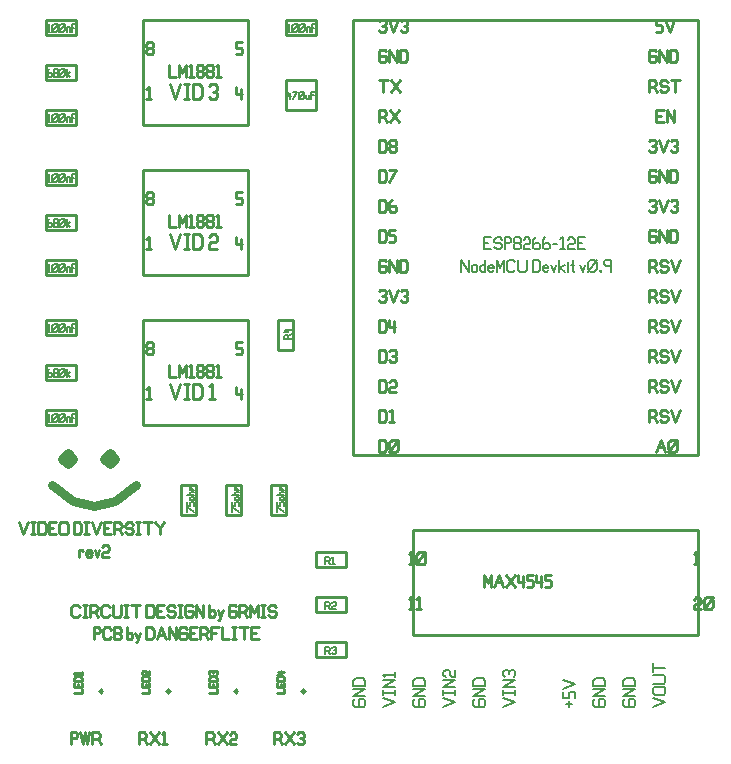
<source format=gto>
G04 -- Generated By PCBWeb Designer*
%FSLAX24Y24*%
%MOIN*%
%OFA0B0*%
%SFA1.0B1.0*%
%AMROTRECT*21,1,$1,$2,0,0,$3*%
%AMROTOBLONG*1,1,$7,$1,$2*1,1,$7,$3,$4*21,1,$5,$6,0,0,$8*%
%ADD10C,0.025*%
%ADD11C,0.075*%
%ADD12C,0.04*%
%ADD13C,0.085*%
%ADD14C,0.01*%
%ADD15C,0.026*%
%ADD16C,0.008*%
%ADD17C,0.024*%
%ADD18C,0.02*%
%ADD19C,0.05*%
%ADD20C,0.005*%
%ADD21C,0.021*%
%ADD22C,0.03*%
%ADD23C,0.046*%
%ADD24C,0.1378*%
%ADD25C,0.1181*%
%ADD26C,0.1478*%
%ADD27C,0.001*%
%ADD28C,0.0*%
G01*
%LNERASE*%
%LPC*%
G54D15*
X12600Y24450D02*
X12650Y24500D01*
X12775Y24500D01*
X12825Y24450D01*
X12825Y24350D01*
X12775Y24300D01*
X12700Y24300D01*
X12775Y24300D02*
X12825Y24250D01*
X12825Y24150D01*
X12775Y24100D01*
X12650Y24100D01*
X12600Y24150D01*
X12925Y24500D02*
X13075Y24100D01*
X13225Y24500D01*
X13325Y24450D02*
X13375Y24500D01*
X13500Y24500D01*
X13550Y24450D01*
X13550Y24350D01*
X13500Y24300D01*
X13425Y24300D01*
X13500Y24300D02*
X13550Y24250D01*
X13550Y24150D01*
X13500Y24100D01*
X13375Y24100D01*
X13325Y24150D01*
X12850Y23450D02*
X12800Y23500D01*
X12650Y23500D01*
X12600Y23450D01*
X12600Y23150D01*
X12650Y23100D01*
X12800Y23100D01*
X12850Y23150D01*
X12850Y23300D01*
X12675Y23300D01*
X12950Y23100D02*
X12950Y23500D01*
X13200Y23100D01*
X13200Y23500D01*
X13300Y23100D02*
X13300Y23500D01*
X13475Y23500D01*
X13550Y23425D01*
X13550Y23175D01*
X13475Y23100D01*
X13300Y23100D01*
X13300Y23100D01*
X12600Y22500D02*
X12900Y22500D01*
X12750Y22500D02*
X12750Y22100D01*
X13000Y22100D02*
X13300Y22500D01*
X13000Y22500D02*
X13300Y22100D01*
X12600Y21100D02*
X12600Y21500D01*
X12775Y21500D01*
X12850Y21425D01*
X12850Y21350D01*
X12775Y21275D01*
X12600Y21275D01*
X12775Y21275D02*
X12875Y21100D01*
X12975Y21100D02*
X13275Y21500D01*
X12975Y21500D02*
X13275Y21100D01*
X12600Y20100D02*
X12600Y20500D01*
X12775Y20500D01*
X12850Y20425D01*
X12850Y20175D01*
X12775Y20100D01*
X12600Y20100D01*
X12600Y20100D01*
X12950Y20150D02*
X13000Y20100D01*
X13125Y20100D01*
X13175Y20150D01*
X13175Y20250D01*
X13125Y20300D01*
X13000Y20300D01*
X12950Y20250D01*
X12950Y20150D01*
X12950Y20150D01*
X13125Y20300D02*
X13175Y20350D01*
X13175Y20450D01*
X13125Y20500D01*
X13000Y20500D01*
X12950Y20450D01*
X12950Y20350D01*
X13000Y20300D01*
X12600Y19100D02*
X12600Y19500D01*
X12775Y19500D01*
X12850Y19425D01*
X12850Y19175D01*
X12775Y19100D01*
X12600Y19100D01*
X12600Y19100D01*
X12950Y19500D02*
X13175Y19500D01*
X12950Y19100D01*
X12600Y18100D02*
X12600Y18500D01*
X12775Y18500D01*
X12850Y18425D01*
X12850Y18175D01*
X12775Y18100D01*
X12600Y18100D01*
X12600Y18100D01*
X13025Y18500D02*
X12950Y18425D01*
X12950Y18150D01*
X13000Y18100D01*
X13125Y18100D01*
X13175Y18150D01*
X13175Y18250D01*
X13125Y18300D01*
X13000Y18300D01*
X12950Y18250D01*
X12600Y17100D02*
X12600Y17500D01*
X12775Y17500D01*
X12850Y17425D01*
X12850Y17175D01*
X12775Y17100D01*
X12600Y17100D01*
X12600Y17100D01*
X13150Y17500D02*
X12950Y17500D01*
X12950Y17325D01*
X13100Y17325D01*
X13150Y17275D01*
X13150Y17150D01*
X13100Y17100D01*
X12950Y17100D01*
X12850Y16450D02*
X12800Y16500D01*
X12650Y16500D01*
X12600Y16450D01*
X12600Y16150D01*
X12650Y16100D01*
X12800Y16100D01*
X12850Y16150D01*
X12850Y16300D01*
X12675Y16300D01*
X12950Y16100D02*
X12950Y16500D01*
X13200Y16100D01*
X13200Y16500D01*
X13300Y16100D02*
X13300Y16500D01*
X13475Y16500D01*
X13550Y16425D01*
X13550Y16175D01*
X13475Y16100D01*
X13300Y16100D01*
X13300Y16100D01*
X12600Y15450D02*
X12650Y15500D01*
X12775Y15500D01*
X12825Y15450D01*
X12825Y15350D01*
X12775Y15300D01*
X12700Y15300D01*
X12775Y15300D02*
X12825Y15250D01*
X12825Y15150D01*
X12775Y15100D01*
X12650Y15100D01*
X12600Y15150D01*
X12925Y15500D02*
X13075Y15100D01*
X13225Y15500D01*
X13325Y15450D02*
X13375Y15500D01*
X13500Y15500D01*
X13550Y15450D01*
X13550Y15350D01*
X13500Y15300D01*
X13425Y15300D01*
X13500Y15300D02*
X13550Y15250D01*
X13550Y15150D01*
X13500Y15100D01*
X13375Y15100D01*
X13325Y15150D01*
X12600Y14100D02*
X12600Y14500D01*
X12775Y14500D01*
X12850Y14425D01*
X12850Y14175D01*
X12775Y14100D01*
X12600Y14100D01*
X12600Y14100D01*
X12950Y14500D02*
X12950Y14275D01*
X13150Y14275D01*
X13100Y14450D02*
X13100Y14100D01*
X12600Y13100D02*
X12600Y13500D01*
X12775Y13500D01*
X12850Y13425D01*
X12850Y13175D01*
X12775Y13100D01*
X12600Y13100D01*
X12600Y13100D01*
X12950Y13450D02*
X13000Y13500D01*
X13125Y13500D01*
X13175Y13450D01*
X13175Y13350D01*
X13125Y13300D01*
X13050Y13300D01*
X13125Y13300D02*
X13175Y13250D01*
X13175Y13150D01*
X13125Y13100D01*
X13000Y13100D01*
X12950Y13150D01*
X12600Y12100D02*
X12600Y12500D01*
X12775Y12500D01*
X12850Y12425D01*
X12850Y12175D01*
X12775Y12100D01*
X12600Y12100D01*
X12600Y12100D01*
X12950Y12425D02*
X13025Y12500D01*
X13100Y12500D01*
X13175Y12425D01*
X13175Y12325D01*
X13125Y12275D01*
X13000Y12275D01*
X12950Y12225D01*
X12950Y12100D01*
X13175Y12100D01*
X12600Y11100D02*
X12600Y11500D01*
X12775Y11500D01*
X12850Y11425D01*
X12850Y11175D01*
X12775Y11100D01*
X12600Y11100D01*
X12600Y11100D01*
X12950Y11100D02*
X13100Y11100D01*
X13025Y11100D02*
X13025Y11500D01*
X12950Y11450D01*
X12600Y10100D02*
X12600Y10500D01*
X12775Y10500D01*
X12850Y10425D01*
X12850Y10175D01*
X12775Y10100D01*
X12600Y10100D01*
X12600Y10100D01*
X12950Y10200D02*
X12975Y10150D01*
X13000Y10125D01*
X13050Y10100D01*
X13150Y10100D01*
X13200Y10125D01*
X13225Y10150D01*
X13250Y10200D01*
X13250Y10400D01*
X13225Y10450D01*
X13200Y10475D01*
X13150Y10500D01*
X13050Y10500D01*
X13000Y10475D01*
X12975Y10450D01*
X12950Y10400D01*
X12950Y10200D01*
X12950Y10200D01*
X12950Y10100D02*
X13250Y10500D01*
X21908Y10250D02*
X22092Y10250D01*
X21850Y10100D02*
X22000Y10500D01*
X22150Y10100D01*
X22250Y10200D02*
X22275Y10150D01*
X22300Y10125D01*
X22350Y10100D01*
X22450Y10100D01*
X22500Y10125D01*
X22525Y10150D01*
X22550Y10200D01*
X22550Y10400D01*
X22525Y10450D01*
X22500Y10475D01*
X22450Y10500D01*
X22350Y10500D01*
X22300Y10475D01*
X22275Y10450D01*
X22250Y10400D01*
X22250Y10200D01*
X22250Y10200D01*
X22250Y10100D02*
X22550Y10500D01*
X21600Y11100D02*
X21600Y11500D01*
X21775Y11500D01*
X21850Y11425D01*
X21850Y11350D01*
X21775Y11275D01*
X21600Y11275D01*
X21775Y11275D02*
X21875Y11100D01*
X22225Y11425D02*
X22150Y11500D01*
X22050Y11500D01*
X21975Y11425D01*
X21975Y11350D01*
X22025Y11300D01*
X22175Y11300D01*
X22225Y11250D01*
X22225Y11175D01*
X22150Y11100D01*
X22050Y11100D01*
X21975Y11175D01*
X22325Y11500D02*
X22475Y11100D01*
X22625Y11500D01*
X21600Y12100D02*
X21600Y12500D01*
X21775Y12500D01*
X21850Y12425D01*
X21850Y12350D01*
X21775Y12275D01*
X21600Y12275D01*
X21775Y12275D02*
X21875Y12100D01*
X22225Y12425D02*
X22150Y12500D01*
X22050Y12500D01*
X21975Y12425D01*
X21975Y12350D01*
X22025Y12300D01*
X22175Y12300D01*
X22225Y12250D01*
X22225Y12175D01*
X22150Y12100D01*
X22050Y12100D01*
X21975Y12175D01*
X22325Y12500D02*
X22475Y12100D01*
X22625Y12500D01*
X21600Y13100D02*
X21600Y13500D01*
X21775Y13500D01*
X21850Y13425D01*
X21850Y13350D01*
X21775Y13275D01*
X21600Y13275D01*
X21775Y13275D02*
X21875Y13100D01*
X22225Y13425D02*
X22150Y13500D01*
X22050Y13500D01*
X21975Y13425D01*
X21975Y13350D01*
X22025Y13300D01*
X22175Y13300D01*
X22225Y13250D01*
X22225Y13175D01*
X22150Y13100D01*
X22050Y13100D01*
X21975Y13175D01*
X22325Y13500D02*
X22475Y13100D01*
X22625Y13500D01*
X21600Y14100D02*
X21600Y14500D01*
X21775Y14500D01*
X21850Y14425D01*
X21850Y14350D01*
X21775Y14275D01*
X21600Y14275D01*
X21775Y14275D02*
X21875Y14100D01*
X22225Y14425D02*
X22150Y14500D01*
X22050Y14500D01*
X21975Y14425D01*
X21975Y14350D01*
X22025Y14300D01*
X22175Y14300D01*
X22225Y14250D01*
X22225Y14175D01*
X22150Y14100D01*
X22050Y14100D01*
X21975Y14175D01*
X22325Y14500D02*
X22475Y14100D01*
X22625Y14500D01*
X21600Y15100D02*
X21600Y15500D01*
X21775Y15500D01*
X21850Y15425D01*
X21850Y15350D01*
X21775Y15275D01*
X21600Y15275D01*
X21775Y15275D02*
X21875Y15100D01*
X22225Y15425D02*
X22150Y15500D01*
X22050Y15500D01*
X21975Y15425D01*
X21975Y15350D01*
X22025Y15300D01*
X22175Y15300D01*
X22225Y15250D01*
X22225Y15175D01*
X22150Y15100D01*
X22050Y15100D01*
X21975Y15175D01*
X22325Y15500D02*
X22475Y15100D01*
X22625Y15500D01*
X21600Y16100D02*
X21600Y16500D01*
X21775Y16500D01*
X21850Y16425D01*
X21850Y16350D01*
X21775Y16275D01*
X21600Y16275D01*
X21775Y16275D02*
X21875Y16100D01*
X22225Y16425D02*
X22150Y16500D01*
X22050Y16500D01*
X21975Y16425D01*
X21975Y16350D01*
X22025Y16300D01*
X22175Y16300D01*
X22225Y16250D01*
X22225Y16175D01*
X22150Y16100D01*
X22050Y16100D01*
X21975Y16175D01*
X22325Y16500D02*
X22475Y16100D01*
X22625Y16500D01*
X21850Y17450D02*
X21800Y17500D01*
X21650Y17500D01*
X21600Y17450D01*
X21600Y17150D01*
X21650Y17100D01*
X21800Y17100D01*
X21850Y17150D01*
X21850Y17300D01*
X21675Y17300D01*
X21950Y17100D02*
X21950Y17500D01*
X22200Y17100D01*
X22200Y17500D01*
X22300Y17100D02*
X22300Y17500D01*
X22475Y17500D01*
X22550Y17425D01*
X22550Y17175D01*
X22475Y17100D01*
X22300Y17100D01*
X22300Y17100D01*
X21600Y18450D02*
X21650Y18500D01*
X21775Y18500D01*
X21825Y18450D01*
X21825Y18350D01*
X21775Y18300D01*
X21700Y18300D01*
X21775Y18300D02*
X21825Y18250D01*
X21825Y18150D01*
X21775Y18100D01*
X21650Y18100D01*
X21600Y18150D01*
X21925Y18500D02*
X22075Y18100D01*
X22225Y18500D01*
X22325Y18450D02*
X22375Y18500D01*
X22500Y18500D01*
X22550Y18450D01*
X22550Y18350D01*
X22500Y18300D01*
X22425Y18300D01*
X22500Y18300D02*
X22550Y18250D01*
X22550Y18150D01*
X22500Y18100D01*
X22375Y18100D01*
X22325Y18150D01*
X21850Y19450D02*
X21800Y19500D01*
X21650Y19500D01*
X21600Y19450D01*
X21600Y19150D01*
X21650Y19100D01*
X21800Y19100D01*
X21850Y19150D01*
X21850Y19300D01*
X21675Y19300D01*
X21950Y19100D02*
X21950Y19500D01*
X22200Y19100D01*
X22200Y19500D01*
X22300Y19100D02*
X22300Y19500D01*
X22475Y19500D01*
X22550Y19425D01*
X22550Y19175D01*
X22475Y19100D01*
X22300Y19100D01*
X22300Y19100D01*
X21600Y20450D02*
X21650Y20500D01*
X21775Y20500D01*
X21825Y20450D01*
X21825Y20350D01*
X21775Y20300D01*
X21700Y20300D01*
X21775Y20300D02*
X21825Y20250D01*
X21825Y20150D01*
X21775Y20100D01*
X21650Y20100D01*
X21600Y20150D01*
X21925Y20500D02*
X22075Y20100D01*
X22225Y20500D01*
X22325Y20450D02*
X22375Y20500D01*
X22500Y20500D01*
X22550Y20450D01*
X22550Y20350D01*
X22500Y20300D01*
X22425Y20300D01*
X22500Y20300D02*
X22550Y20250D01*
X22550Y20150D01*
X22500Y20100D01*
X22375Y20100D01*
X22325Y20150D01*
X22100Y21500D02*
X21850Y21500D01*
X21850Y21100D01*
X22100Y21100D01*
X21850Y21300D02*
X22000Y21300D01*
X22200Y21100D02*
X22200Y21500D01*
X22450Y21100D01*
X22450Y21500D01*
X21600Y22100D02*
X21600Y22500D01*
X21775Y22500D01*
X21850Y22425D01*
X21850Y22350D01*
X21775Y22275D01*
X21600Y22275D01*
X21775Y22275D02*
X21875Y22100D01*
X22225Y22425D02*
X22150Y22500D01*
X22050Y22500D01*
X21975Y22425D01*
X21975Y22350D01*
X22025Y22300D01*
X22175Y22300D01*
X22225Y22250D01*
X22225Y22175D01*
X22150Y22100D01*
X22050Y22100D01*
X21975Y22175D01*
X22325Y22500D02*
X22625Y22500D01*
X22475Y22500D02*
X22475Y22100D01*
X21850Y23450D02*
X21800Y23500D01*
X21650Y23500D01*
X21600Y23450D01*
X21600Y23150D01*
X21650Y23100D01*
X21800Y23100D01*
X21850Y23150D01*
X21850Y23300D01*
X21675Y23300D01*
X21950Y23100D02*
X21950Y23500D01*
X22200Y23100D01*
X22200Y23500D01*
X22300Y23100D02*
X22300Y23500D01*
X22475Y23500D01*
X22550Y23425D01*
X22550Y23175D01*
X22475Y23100D01*
X22300Y23100D01*
X22300Y23100D01*
X22050Y24500D02*
X21850Y24500D01*
X21850Y24325D01*
X22000Y24325D01*
X22050Y24275D01*
X22050Y24150D01*
X22000Y24100D01*
X21850Y24100D01*
X22150Y24500D02*
X22300Y24100D01*
X22450Y24500D01*
X23100Y6350D02*
X23250Y6350D01*
X23175Y6350D02*
X23175Y6750D01*
X23100Y6700D01*
X13600Y6350D02*
X13750Y6350D01*
X13675Y6350D02*
X13675Y6750D01*
X13600Y6700D01*
X13850Y6450D02*
X13875Y6400D01*
X13900Y6375D01*
X13950Y6350D01*
X14050Y6350D01*
X14100Y6375D01*
X14125Y6400D01*
X14150Y6450D01*
X14150Y6650D01*
X14125Y6700D01*
X14100Y6725D01*
X14050Y6750D01*
X13950Y6750D01*
X13900Y6725D01*
X13875Y6700D01*
X13850Y6650D01*
X13850Y6450D01*
X13850Y6450D01*
X13850Y6350D02*
X14150Y6750D01*
X13600Y4850D02*
X13750Y4850D01*
X13675Y4850D02*
X13675Y5250D01*
X13600Y5200D01*
X13850Y4850D02*
X14000Y4850D01*
X13925Y4850D02*
X13925Y5250D01*
X13850Y5200D01*
X23100Y5175D02*
X23175Y5250D01*
X23250Y5250D01*
X23325Y5175D01*
X23325Y5075D01*
X23275Y5025D01*
X23150Y5025D01*
X23100Y4975D01*
X23100Y4850D01*
X23325Y4850D01*
X23425Y4950D02*
X23450Y4900D01*
X23475Y4875D01*
X23525Y4850D01*
X23625Y4850D01*
X23675Y4875D01*
X23700Y4900D01*
X23725Y4950D01*
X23725Y5150D01*
X23700Y5200D01*
X23675Y5225D01*
X23625Y5250D01*
X23525Y5250D01*
X23475Y5225D01*
X23450Y5200D01*
X23425Y5150D01*
X23425Y4950D01*
X23425Y4950D01*
X23425Y4850D02*
X23725Y5250D01*
X16100Y5600D02*
X16100Y6000D01*
X16225Y5725D01*
X16350Y6000D01*
X16350Y5600D01*
X16508Y5750D02*
X16692Y5750D01*
X16450Y5600D02*
X16600Y6000D01*
X16750Y5600D01*
X16850Y5600D02*
X17150Y6000D01*
X16850Y6000D02*
X17150Y5600D01*
X17250Y6000D02*
X17250Y5775D01*
X17450Y5775D01*
X17400Y5950D02*
X17400Y5600D01*
X17750Y6000D02*
X17550Y6000D01*
X17550Y5825D01*
X17700Y5825D01*
X17750Y5775D01*
X17750Y5650D01*
X17700Y5600D01*
X17550Y5600D01*
X17850Y6000D02*
X17850Y5775D01*
X18050Y5775D01*
X18000Y5950D02*
X18000Y5600D01*
X18350Y6000D02*
X18150Y6000D01*
X18150Y5825D01*
X18300Y5825D01*
X18350Y5775D01*
X18350Y5650D01*
X18300Y5600D01*
X18150Y5600D01*
G54D17*
X16350Y17250D02*
X16100Y17250D01*
X16100Y16850D01*
X16350Y16850D01*
X16100Y17050D02*
X16250Y17050D01*
X16700Y17175D02*
X16625Y17250D01*
X16525Y17250D01*
X16450Y17175D01*
X16450Y17100D01*
X16500Y17050D01*
X16650Y17050D01*
X16700Y17000D01*
X16700Y16925D01*
X16625Y16850D01*
X16525Y16850D01*
X16450Y16925D01*
X16800Y16850D02*
X16800Y17250D01*
X16950Y17250D01*
X17000Y17200D01*
X17000Y17100D01*
X16950Y17050D01*
X16800Y17050D01*
X17100Y16900D02*
X17150Y16850D01*
X17275Y16850D01*
X17325Y16900D01*
X17325Y17000D01*
X17275Y17050D01*
X17150Y17050D01*
X17100Y17000D01*
X17100Y16900D01*
X17100Y16900D01*
X17275Y17050D02*
X17325Y17100D01*
X17325Y17200D01*
X17275Y17250D01*
X17150Y17250D01*
X17100Y17200D01*
X17100Y17100D01*
X17150Y17050D01*
X17425Y17175D02*
X17500Y17250D01*
X17575Y17250D01*
X17650Y17175D01*
X17650Y17075D01*
X17600Y17025D01*
X17475Y17025D01*
X17425Y16975D01*
X17425Y16850D01*
X17650Y16850D01*
X17825Y17250D02*
X17750Y17175D01*
X17750Y16900D01*
X17800Y16850D01*
X17925Y16850D01*
X17975Y16900D01*
X17975Y17000D01*
X17925Y17050D01*
X17800Y17050D01*
X17750Y17000D01*
X18150Y17250D02*
X18075Y17175D01*
X18075Y16900D01*
X18125Y16850D01*
X18250Y16850D01*
X18300Y16900D01*
X18300Y17000D01*
X18250Y17050D01*
X18125Y17050D01*
X18075Y17000D01*
X18400Y17025D02*
X18550Y17025D01*
X18650Y16850D02*
X18800Y16850D01*
X18725Y16850D02*
X18725Y17250D01*
X18650Y17200D01*
X18900Y17175D02*
X18975Y17250D01*
X19050Y17250D01*
X19125Y17175D01*
X19125Y17075D01*
X19075Y17025D01*
X18950Y17025D01*
X18900Y16975D01*
X18900Y16850D01*
X19125Y16850D01*
X19475Y17250D02*
X19225Y17250D01*
X19225Y16850D01*
X19475Y16850D01*
X19225Y17050D02*
X19375Y17050D01*
G54D15*
X4850Y23400D02*
X4900Y23350D01*
X5025Y23350D01*
X5075Y23400D01*
X5075Y23500D01*
X5025Y23550D01*
X4900Y23550D01*
X4850Y23500D01*
X4850Y23400D01*
X4850Y23400D01*
X5025Y23550D02*
X5075Y23600D01*
X5075Y23700D01*
X5025Y23750D01*
X4900Y23750D01*
X4850Y23700D01*
X4850Y23600D01*
X4900Y23550D01*
X4850Y21850D02*
X5000Y21850D01*
X4925Y21850D02*
X4925Y22250D01*
X4850Y22200D01*
X7850Y22250D02*
X7850Y22025D01*
X8050Y22025D01*
X8000Y22200D02*
X8000Y21850D01*
X8050Y23750D02*
X7850Y23750D01*
X7850Y23575D01*
X8000Y23575D01*
X8050Y23525D01*
X8050Y23400D01*
X8000Y23350D01*
X7850Y23350D01*
X5600Y23000D02*
X5600Y22600D01*
X5825Y22600D01*
X5925Y22600D02*
X5925Y23000D01*
X6050Y22725D01*
X6175Y23000D01*
X6175Y22600D01*
X6275Y22600D02*
X6425Y22600D01*
X6350Y22600D02*
X6350Y23000D01*
X6275Y22950D01*
X6525Y22650D02*
X6575Y22600D01*
X6700Y22600D01*
X6750Y22650D01*
X6750Y22750D01*
X6700Y22800D01*
X6575Y22800D01*
X6525Y22750D01*
X6525Y22650D01*
X6525Y22650D01*
X6700Y22800D02*
X6750Y22850D01*
X6750Y22950D01*
X6700Y23000D01*
X6575Y23000D01*
X6525Y22950D01*
X6525Y22850D01*
X6575Y22800D01*
X6850Y22650D02*
X6900Y22600D01*
X7025Y22600D01*
X7075Y22650D01*
X7075Y22750D01*
X7025Y22800D01*
X6900Y22800D01*
X6850Y22750D01*
X6850Y22650D01*
X6850Y22650D01*
X7025Y22800D02*
X7075Y22850D01*
X7075Y22950D01*
X7025Y23000D01*
X6900Y23000D01*
X6850Y22950D01*
X6850Y22850D01*
X6900Y22800D01*
X7175Y22600D02*
X7325Y22600D01*
X7250Y22600D02*
X7250Y23000D01*
X7175Y22950D01*
X4850Y18400D02*
X4900Y18350D01*
X5025Y18350D01*
X5075Y18400D01*
X5075Y18500D01*
X5025Y18550D01*
X4900Y18550D01*
X4850Y18500D01*
X4850Y18400D01*
X4850Y18400D01*
X5025Y18550D02*
X5075Y18600D01*
X5075Y18700D01*
X5025Y18750D01*
X4900Y18750D01*
X4850Y18700D01*
X4850Y18600D01*
X4900Y18550D01*
X4850Y16850D02*
X5000Y16850D01*
X4925Y16850D02*
X4925Y17250D01*
X4850Y17200D01*
X7850Y17250D02*
X7850Y17025D01*
X8050Y17025D01*
X8000Y17200D02*
X8000Y16850D01*
X8050Y18750D02*
X7850Y18750D01*
X7850Y18575D01*
X8000Y18575D01*
X8050Y18525D01*
X8050Y18400D01*
X8000Y18350D01*
X7850Y18350D01*
X5600Y18000D02*
X5600Y17600D01*
X5825Y17600D01*
X5925Y17600D02*
X5925Y18000D01*
X6050Y17725D01*
X6175Y18000D01*
X6175Y17600D01*
X6275Y17600D02*
X6425Y17600D01*
X6350Y17600D02*
X6350Y18000D01*
X6275Y17950D01*
X6525Y17650D02*
X6575Y17600D01*
X6700Y17600D01*
X6750Y17650D01*
X6750Y17750D01*
X6700Y17800D01*
X6575Y17800D01*
X6525Y17750D01*
X6525Y17650D01*
X6525Y17650D01*
X6700Y17800D02*
X6750Y17850D01*
X6750Y17950D01*
X6700Y18000D01*
X6575Y18000D01*
X6525Y17950D01*
X6525Y17850D01*
X6575Y17800D01*
X6850Y17650D02*
X6900Y17600D01*
X7025Y17600D01*
X7075Y17650D01*
X7075Y17750D01*
X7025Y17800D01*
X6900Y17800D01*
X6850Y17750D01*
X6850Y17650D01*
X6850Y17650D01*
X7025Y17800D02*
X7075Y17850D01*
X7075Y17950D01*
X7025Y18000D01*
X6900Y18000D01*
X6850Y17950D01*
X6850Y17850D01*
X6900Y17800D01*
X7175Y17600D02*
X7325Y17600D01*
X7250Y17600D02*
X7250Y18000D01*
X7175Y17950D01*
X4850Y13400D02*
X4900Y13350D01*
X5025Y13350D01*
X5075Y13400D01*
X5075Y13500D01*
X5025Y13550D01*
X4900Y13550D01*
X4850Y13500D01*
X4850Y13400D01*
X4850Y13400D01*
X5025Y13550D02*
X5075Y13600D01*
X5075Y13700D01*
X5025Y13750D01*
X4900Y13750D01*
X4850Y13700D01*
X4850Y13600D01*
X4900Y13550D01*
X4850Y11850D02*
X5000Y11850D01*
X4925Y11850D02*
X4925Y12250D01*
X4850Y12200D01*
X7850Y12250D02*
X7850Y12025D01*
X8050Y12025D01*
X8000Y12200D02*
X8000Y11850D01*
X8050Y13750D02*
X7850Y13750D01*
X7850Y13575D01*
X8000Y13575D01*
X8050Y13525D01*
X8050Y13400D01*
X8000Y13350D01*
X7850Y13350D01*
X5600Y13000D02*
X5600Y12600D01*
X5825Y12600D01*
X5925Y12600D02*
X5925Y13000D01*
X6050Y12725D01*
X6175Y13000D01*
X6175Y12600D01*
X6275Y12600D02*
X6425Y12600D01*
X6350Y12600D02*
X6350Y13000D01*
X6275Y12950D01*
X6525Y12650D02*
X6575Y12600D01*
X6700Y12600D01*
X6750Y12650D01*
X6750Y12750D01*
X6700Y12800D01*
X6575Y12800D01*
X6525Y12750D01*
X6525Y12650D01*
X6525Y12650D01*
X6700Y12800D02*
X6750Y12850D01*
X6750Y12950D01*
X6700Y13000D01*
X6575Y13000D01*
X6525Y12950D01*
X6525Y12850D01*
X6575Y12800D01*
X6850Y12650D02*
X6900Y12600D01*
X7025Y12600D01*
X7075Y12650D01*
X7075Y12750D01*
X7025Y12800D01*
X6900Y12800D01*
X6850Y12750D01*
X6850Y12650D01*
X6850Y12650D01*
X7025Y12800D02*
X7075Y12850D01*
X7075Y12950D01*
X7025Y13000D01*
X6900Y13000D01*
X6850Y12950D01*
X6850Y12850D01*
X6900Y12800D01*
X7175Y12600D02*
X7325Y12600D01*
X7250Y12600D02*
X7250Y13000D01*
X7175Y12950D01*
G54D21*
X1560Y24110D02*
X1650Y24110D01*
X1605Y24110D02*
X1605Y24350D01*
X1560Y24320D01*
X1710Y24170D02*
X1725Y24140D01*
X1740Y24125D01*
X1770Y24110D01*
X1830Y24110D01*
X1860Y24125D01*
X1875Y24140D01*
X1890Y24170D01*
X1890Y24290D01*
X1875Y24320D01*
X1860Y24335D01*
X1830Y24350D01*
X1770Y24350D01*
X1740Y24335D01*
X1725Y24320D01*
X1710Y24290D01*
X1710Y24170D01*
X1710Y24170D01*
X1710Y24110D02*
X1890Y24350D01*
X1950Y24170D02*
X1965Y24140D01*
X1980Y24125D01*
X2010Y24110D01*
X2070Y24110D01*
X2100Y24125D01*
X2115Y24140D01*
X2130Y24170D01*
X2130Y24290D01*
X2115Y24320D01*
X2100Y24335D01*
X2070Y24350D01*
X2010Y24350D01*
X1980Y24335D01*
X1965Y24320D01*
X1950Y24290D01*
X1950Y24170D01*
X1950Y24170D01*
X1950Y24110D02*
X2130Y24350D01*
X2190Y24245D02*
X2190Y24110D01*
X2190Y24222D02*
X2212Y24245D01*
X2272Y24245D01*
X2295Y24222D01*
X2295Y24110D01*
X2505Y24350D02*
X2355Y24350D01*
X2355Y24110D01*
X2355Y24230D02*
X2445Y24230D01*
X1560Y21110D02*
X1650Y21110D01*
X1605Y21110D02*
X1605Y21350D01*
X1560Y21320D01*
X1710Y21170D02*
X1725Y21140D01*
X1740Y21125D01*
X1770Y21110D01*
X1830Y21110D01*
X1860Y21125D01*
X1875Y21140D01*
X1890Y21170D01*
X1890Y21290D01*
X1875Y21320D01*
X1860Y21335D01*
X1830Y21350D01*
X1770Y21350D01*
X1740Y21335D01*
X1725Y21320D01*
X1710Y21290D01*
X1710Y21170D01*
X1710Y21170D01*
X1710Y21110D02*
X1890Y21350D01*
X1950Y21170D02*
X1965Y21140D01*
X1980Y21125D01*
X2010Y21110D01*
X2070Y21110D01*
X2100Y21125D01*
X2115Y21140D01*
X2130Y21170D01*
X2130Y21290D01*
X2115Y21320D01*
X2100Y21335D01*
X2070Y21350D01*
X2010Y21350D01*
X1980Y21335D01*
X1965Y21320D01*
X1950Y21290D01*
X1950Y21170D01*
X1950Y21170D01*
X1950Y21110D02*
X2130Y21350D01*
X2190Y21245D02*
X2190Y21110D01*
X2190Y21222D02*
X2212Y21245D01*
X2272Y21245D01*
X2295Y21222D01*
X2295Y21110D01*
X2505Y21350D02*
X2355Y21350D01*
X2355Y21110D01*
X2355Y21230D02*
X2445Y21230D01*
X1560Y19110D02*
X1650Y19110D01*
X1605Y19110D02*
X1605Y19350D01*
X1560Y19320D01*
X1710Y19170D02*
X1725Y19140D01*
X1740Y19125D01*
X1770Y19110D01*
X1830Y19110D01*
X1860Y19125D01*
X1875Y19140D01*
X1890Y19170D01*
X1890Y19290D01*
X1875Y19320D01*
X1860Y19335D01*
X1830Y19350D01*
X1770Y19350D01*
X1740Y19335D01*
X1725Y19320D01*
X1710Y19290D01*
X1710Y19170D01*
X1710Y19170D01*
X1710Y19110D02*
X1890Y19350D01*
X1950Y19170D02*
X1965Y19140D01*
X1980Y19125D01*
X2010Y19110D01*
X2070Y19110D01*
X2100Y19125D01*
X2115Y19140D01*
X2130Y19170D01*
X2130Y19290D01*
X2115Y19320D01*
X2100Y19335D01*
X2070Y19350D01*
X2010Y19350D01*
X1980Y19335D01*
X1965Y19320D01*
X1950Y19290D01*
X1950Y19170D01*
X1950Y19170D01*
X1950Y19110D02*
X2130Y19350D01*
X2190Y19245D02*
X2190Y19110D01*
X2190Y19222D02*
X2212Y19245D01*
X2272Y19245D01*
X2295Y19222D01*
X2295Y19110D01*
X2505Y19350D02*
X2355Y19350D01*
X2355Y19110D01*
X2355Y19230D02*
X2445Y19230D01*
X1560Y16110D02*
X1650Y16110D01*
X1605Y16110D02*
X1605Y16350D01*
X1560Y16320D01*
X1710Y16170D02*
X1725Y16140D01*
X1740Y16125D01*
X1770Y16110D01*
X1830Y16110D01*
X1860Y16125D01*
X1875Y16140D01*
X1890Y16170D01*
X1890Y16290D01*
X1875Y16320D01*
X1860Y16335D01*
X1830Y16350D01*
X1770Y16350D01*
X1740Y16335D01*
X1725Y16320D01*
X1710Y16290D01*
X1710Y16170D01*
X1710Y16170D01*
X1710Y16110D02*
X1890Y16350D01*
X1950Y16170D02*
X1965Y16140D01*
X1980Y16125D01*
X2010Y16110D01*
X2070Y16110D01*
X2100Y16125D01*
X2115Y16140D01*
X2130Y16170D01*
X2130Y16290D01*
X2115Y16320D01*
X2100Y16335D01*
X2070Y16350D01*
X2010Y16350D01*
X1980Y16335D01*
X1965Y16320D01*
X1950Y16290D01*
X1950Y16170D01*
X1950Y16170D01*
X1950Y16110D02*
X2130Y16350D01*
X2190Y16245D02*
X2190Y16110D01*
X2190Y16222D02*
X2212Y16245D01*
X2272Y16245D01*
X2295Y16222D01*
X2295Y16110D01*
X2505Y16350D02*
X2355Y16350D01*
X2355Y16110D01*
X2355Y16230D02*
X2445Y16230D01*
X1560Y14110D02*
X1650Y14110D01*
X1605Y14110D02*
X1605Y14350D01*
X1560Y14320D01*
X1710Y14170D02*
X1725Y14140D01*
X1740Y14125D01*
X1770Y14110D01*
X1830Y14110D01*
X1860Y14125D01*
X1875Y14140D01*
X1890Y14170D01*
X1890Y14290D01*
X1875Y14320D01*
X1860Y14335D01*
X1830Y14350D01*
X1770Y14350D01*
X1740Y14335D01*
X1725Y14320D01*
X1710Y14290D01*
X1710Y14170D01*
X1710Y14170D01*
X1710Y14110D02*
X1890Y14350D01*
X1950Y14170D02*
X1965Y14140D01*
X1980Y14125D01*
X2010Y14110D01*
X2070Y14110D01*
X2100Y14125D01*
X2115Y14140D01*
X2130Y14170D01*
X2130Y14290D01*
X2115Y14320D01*
X2100Y14335D01*
X2070Y14350D01*
X2010Y14350D01*
X1980Y14335D01*
X1965Y14320D01*
X1950Y14290D01*
X1950Y14170D01*
X1950Y14170D01*
X1950Y14110D02*
X2130Y14350D01*
X2190Y14245D02*
X2190Y14110D01*
X2190Y14222D02*
X2212Y14245D01*
X2272Y14245D01*
X2295Y14222D01*
X2295Y14110D01*
X2505Y14350D02*
X2355Y14350D01*
X2355Y14110D01*
X2355Y14230D02*
X2445Y14230D01*
X1560Y11110D02*
X1650Y11110D01*
X1605Y11110D02*
X1605Y11350D01*
X1560Y11320D01*
X1710Y11170D02*
X1725Y11140D01*
X1740Y11125D01*
X1770Y11110D01*
X1830Y11110D01*
X1860Y11125D01*
X1875Y11140D01*
X1890Y11170D01*
X1890Y11290D01*
X1875Y11320D01*
X1860Y11335D01*
X1830Y11350D01*
X1770Y11350D01*
X1740Y11335D01*
X1725Y11320D01*
X1710Y11290D01*
X1710Y11170D01*
X1710Y11170D01*
X1710Y11110D02*
X1890Y11350D01*
X1950Y11170D02*
X1965Y11140D01*
X1980Y11125D01*
X2010Y11110D01*
X2070Y11110D01*
X2100Y11125D01*
X2115Y11140D01*
X2130Y11170D01*
X2130Y11290D01*
X2115Y11320D01*
X2100Y11335D01*
X2070Y11350D01*
X2010Y11350D01*
X1980Y11335D01*
X1965Y11320D01*
X1950Y11290D01*
X1950Y11170D01*
X1950Y11170D01*
X1950Y11110D02*
X2130Y11350D01*
X2190Y11245D02*
X2190Y11110D01*
X2190Y11222D02*
X2212Y11245D01*
X2272Y11245D01*
X2295Y11222D01*
X2295Y11110D01*
X2505Y11350D02*
X2355Y11350D01*
X2355Y11110D01*
X2355Y11230D02*
X2445Y11230D01*
X9560Y24110D02*
X9650Y24110D01*
X9605Y24110D02*
X9605Y24350D01*
X9560Y24320D01*
X9710Y24170D02*
X9725Y24140D01*
X9740Y24125D01*
X9770Y24110D01*
X9830Y24110D01*
X9860Y24125D01*
X9875Y24140D01*
X9890Y24170D01*
X9890Y24290D01*
X9875Y24320D01*
X9860Y24335D01*
X9830Y24350D01*
X9770Y24350D01*
X9740Y24335D01*
X9725Y24320D01*
X9710Y24290D01*
X9710Y24170D01*
X9710Y24170D01*
X9710Y24110D02*
X9890Y24350D01*
X9950Y24170D02*
X9965Y24140D01*
X9980Y24125D01*
X10010Y24110D01*
X10070Y24110D01*
X10100Y24125D01*
X10115Y24140D01*
X10130Y24170D01*
X10130Y24290D01*
X10115Y24320D01*
X10100Y24335D01*
X10070Y24350D01*
X10010Y24350D01*
X9980Y24335D01*
X9965Y24320D01*
X9950Y24290D01*
X9950Y24170D01*
X9950Y24170D01*
X9950Y24110D02*
X10130Y24350D01*
X10190Y24245D02*
X10190Y24110D01*
X10190Y24222D02*
X10212Y24245D01*
X10272Y24245D01*
X10295Y24222D01*
X10295Y24110D01*
X10505Y24350D02*
X10355Y24350D01*
X10355Y24110D01*
X10355Y24230D02*
X10445Y24230D01*
X9560Y22100D02*
X9560Y21965D01*
X9680Y21965D01*
X9650Y22070D02*
X9650Y21860D01*
X9740Y22100D02*
X9875Y22100D01*
X9740Y21860D01*
X9935Y21920D02*
X9950Y21890D01*
X9965Y21875D01*
X9995Y21860D01*
X10055Y21860D01*
X10085Y21875D01*
X10100Y21890D01*
X10115Y21920D01*
X10115Y22040D01*
X10100Y22070D01*
X10085Y22085D01*
X10055Y22100D01*
X9995Y22100D01*
X9965Y22085D01*
X9950Y22070D01*
X9935Y22040D01*
X9935Y21920D01*
X9935Y21920D01*
X9935Y21860D02*
X10115Y22100D01*
X10175Y21995D02*
X10175Y21882D01*
X10198Y21860D01*
X10258Y21860D01*
X10280Y21882D01*
X10280Y21995D01*
X10280Y21890D02*
X10280Y21860D01*
X10490Y22100D02*
X10340Y22100D01*
X10340Y21860D01*
X10340Y21980D02*
X10430Y21980D01*
X1605Y12850D02*
X1560Y12805D01*
X1560Y12640D01*
X1590Y12610D01*
X1665Y12610D01*
X1695Y12640D01*
X1695Y12700D01*
X1665Y12730D01*
X1590Y12730D01*
X1560Y12700D01*
X1755Y12640D02*
X1785Y12610D01*
X1860Y12610D01*
X1890Y12640D01*
X1890Y12700D01*
X1860Y12730D01*
X1785Y12730D01*
X1755Y12700D01*
X1755Y12640D01*
X1755Y12640D01*
X1860Y12730D02*
X1890Y12760D01*
X1890Y12820D01*
X1860Y12850D01*
X1785Y12850D01*
X1755Y12820D01*
X1755Y12760D01*
X1785Y12730D01*
X1950Y12670D02*
X1965Y12640D01*
X1980Y12625D01*
X2010Y12610D01*
X2070Y12610D01*
X2100Y12625D01*
X2115Y12640D01*
X2130Y12670D01*
X2130Y12790D01*
X2115Y12820D01*
X2100Y12835D01*
X2070Y12850D01*
X2010Y12850D01*
X1980Y12835D01*
X1965Y12820D01*
X1950Y12790D01*
X1950Y12670D01*
X1950Y12670D01*
X1950Y12610D02*
X2130Y12850D01*
X2190Y12610D02*
X2190Y12850D01*
X2190Y12685D02*
X2302Y12745D01*
X2205Y12692D02*
X2302Y12610D01*
X1605Y17850D02*
X1560Y17805D01*
X1560Y17640D01*
X1590Y17610D01*
X1665Y17610D01*
X1695Y17640D01*
X1695Y17700D01*
X1665Y17730D01*
X1590Y17730D01*
X1560Y17700D01*
X1755Y17640D02*
X1785Y17610D01*
X1860Y17610D01*
X1890Y17640D01*
X1890Y17700D01*
X1860Y17730D01*
X1785Y17730D01*
X1755Y17700D01*
X1755Y17640D01*
X1755Y17640D01*
X1860Y17730D02*
X1890Y17760D01*
X1890Y17820D01*
X1860Y17850D01*
X1785Y17850D01*
X1755Y17820D01*
X1755Y17760D01*
X1785Y17730D01*
X1950Y17670D02*
X1965Y17640D01*
X1980Y17625D01*
X2010Y17610D01*
X2070Y17610D01*
X2100Y17625D01*
X2115Y17640D01*
X2130Y17670D01*
X2130Y17790D01*
X2115Y17820D01*
X2100Y17835D01*
X2070Y17850D01*
X2010Y17850D01*
X1980Y17835D01*
X1965Y17820D01*
X1950Y17790D01*
X1950Y17670D01*
X1950Y17670D01*
X1950Y17610D02*
X2130Y17850D01*
X2190Y17610D02*
X2190Y17850D01*
X2190Y17685D02*
X2302Y17745D01*
X2205Y17692D02*
X2302Y17610D01*
X1605Y22850D02*
X1560Y22805D01*
X1560Y22640D01*
X1590Y22610D01*
X1665Y22610D01*
X1695Y22640D01*
X1695Y22700D01*
X1665Y22730D01*
X1590Y22730D01*
X1560Y22700D01*
X1755Y22640D02*
X1785Y22610D01*
X1860Y22610D01*
X1890Y22640D01*
X1890Y22700D01*
X1860Y22730D01*
X1785Y22730D01*
X1755Y22700D01*
X1755Y22640D01*
X1755Y22640D01*
X1860Y22730D02*
X1890Y22760D01*
X1890Y22820D01*
X1860Y22850D01*
X1785Y22850D01*
X1755Y22820D01*
X1755Y22760D01*
X1785Y22730D01*
X1950Y22670D02*
X1965Y22640D01*
X1980Y22625D01*
X2010Y22610D01*
X2070Y22610D01*
X2100Y22625D01*
X2115Y22640D01*
X2130Y22670D01*
X2130Y22790D01*
X2115Y22820D01*
X2100Y22835D01*
X2070Y22850D01*
X2010Y22850D01*
X1980Y22835D01*
X1965Y22820D01*
X1950Y22790D01*
X1950Y22670D01*
X1950Y22670D01*
X1950Y22610D02*
X2130Y22850D01*
X2190Y22610D02*
X2190Y22850D01*
X2190Y22685D02*
X2302Y22745D01*
X2205Y22692D02*
X2302Y22610D01*
G54D17*
X18850Y1700D02*
X19050Y1700D01*
X18950Y1600D02*
X18950Y1800D01*
X18750Y2100D02*
X18750Y1900D01*
X18925Y1900D01*
X18925Y2050D01*
X18975Y2100D01*
X19100Y2100D01*
X19150Y2050D01*
X19150Y1900D01*
X18750Y2200D02*
X19150Y2350D01*
X18750Y2500D01*
X21750Y1600D02*
X22150Y1750D01*
X21750Y1900D01*
X22050Y2000D02*
X21800Y2000D01*
X21750Y2050D01*
X21750Y2225D01*
X21800Y2275D01*
X22100Y2275D01*
X22150Y2225D01*
X22150Y2050D01*
X22100Y2000D01*
X22050Y2000D01*
X21750Y2375D02*
X22100Y2375D01*
X22150Y2425D01*
X22150Y2600D01*
X22100Y2650D01*
X21750Y2650D01*
X21750Y2750D02*
X21750Y3050D01*
X21750Y2900D02*
X22150Y2900D01*
X19800Y1850D02*
X19750Y1800D01*
X19750Y1650D01*
X19800Y1600D01*
X20100Y1600D01*
X20150Y1650D01*
X20150Y1800D01*
X20100Y1850D01*
X19950Y1850D01*
X19950Y1675D01*
X20150Y1950D02*
X19750Y1950D01*
X20150Y2200D01*
X19750Y2200D01*
X20150Y2300D02*
X19750Y2300D01*
X19750Y2475D01*
X19825Y2550D01*
X20075Y2550D01*
X20150Y2475D01*
X20150Y2300D01*
X20150Y2300D01*
X20800Y1850D02*
X20750Y1800D01*
X20750Y1650D01*
X20800Y1600D01*
X21100Y1600D01*
X21150Y1650D01*
X21150Y1800D01*
X21100Y1850D01*
X20950Y1850D01*
X20950Y1675D01*
X21150Y1950D02*
X20750Y1950D01*
X21150Y2200D01*
X20750Y2200D01*
X21150Y2300D02*
X20750Y2300D01*
X20750Y2475D01*
X20825Y2550D01*
X21075Y2550D01*
X21150Y2475D01*
X21150Y2300D01*
X21150Y2300D01*
G54D15*
X2350Y350D02*
X2350Y750D01*
X2500Y750D01*
X2550Y700D01*
X2550Y600D01*
X2500Y550D01*
X2350Y550D01*
X2650Y750D02*
X2725Y350D01*
X2800Y750D01*
X2875Y350D01*
X2950Y750D01*
X3050Y350D02*
X3050Y750D01*
X3225Y750D01*
X3300Y675D01*
X3300Y600D01*
X3225Y525D01*
X3050Y525D01*
X3225Y525D02*
X3325Y350D01*
X4600Y350D02*
X4600Y750D01*
X4775Y750D01*
X4850Y675D01*
X4850Y600D01*
X4775Y525D01*
X4600Y525D01*
X4775Y525D02*
X4875Y350D01*
X4975Y350D02*
X5275Y750D01*
X4975Y750D02*
X5275Y350D01*
X5375Y350D02*
X5525Y350D01*
X5450Y350D02*
X5450Y750D01*
X5375Y700D01*
X6850Y350D02*
X6850Y750D01*
X7025Y750D01*
X7100Y675D01*
X7100Y600D01*
X7025Y525D01*
X6850Y525D01*
X7025Y525D02*
X7125Y350D01*
X7225Y350D02*
X7525Y750D01*
X7225Y750D02*
X7525Y350D01*
X7625Y675D02*
X7700Y750D01*
X7775Y750D01*
X7850Y675D01*
X7850Y575D01*
X7800Y525D01*
X7675Y525D01*
X7625Y475D01*
X7625Y350D01*
X7850Y350D01*
X9100Y350D02*
X9100Y750D01*
X9275Y750D01*
X9350Y675D01*
X9350Y600D01*
X9275Y525D01*
X9100Y525D01*
X9275Y525D02*
X9375Y350D01*
X9475Y350D02*
X9775Y750D01*
X9475Y750D02*
X9775Y350D01*
X9875Y700D02*
X9925Y750D01*
X10050Y750D01*
X10100Y700D01*
X10100Y600D01*
X10050Y550D01*
X9975Y550D01*
X10050Y550D02*
X10100Y500D01*
X10100Y400D01*
X10050Y350D01*
X9925Y350D01*
X9875Y400D01*
G54D17*
X12750Y1600D02*
X13150Y1750D01*
X12750Y1900D01*
X13150Y2000D02*
X13150Y2150D01*
X12750Y2000D02*
X12750Y2150D01*
X12750Y2075D02*
X13150Y2075D01*
X13150Y2250D02*
X12750Y2250D01*
X13150Y2500D01*
X12750Y2500D01*
X13150Y2600D02*
X13150Y2750D01*
X13150Y2675D02*
X12750Y2675D01*
X12800Y2600D01*
X14750Y1600D02*
X15150Y1750D01*
X14750Y1900D01*
X15150Y2000D02*
X15150Y2150D01*
X14750Y2000D02*
X14750Y2150D01*
X14750Y2075D02*
X15150Y2075D01*
X15150Y2250D02*
X14750Y2250D01*
X15150Y2500D01*
X14750Y2500D01*
X14825Y2600D02*
X14750Y2675D01*
X14750Y2750D01*
X14825Y2825D01*
X14925Y2825D01*
X14975Y2775D01*
X14975Y2650D01*
X15025Y2600D01*
X15150Y2600D01*
X15150Y2825D01*
X16750Y1600D02*
X17150Y1750D01*
X16750Y1900D01*
X17150Y2000D02*
X17150Y2150D01*
X16750Y2000D02*
X16750Y2150D01*
X16750Y2075D02*
X17150Y2075D01*
X17150Y2250D02*
X16750Y2250D01*
X17150Y2500D01*
X16750Y2500D01*
X16800Y2600D02*
X16750Y2650D01*
X16750Y2775D01*
X16800Y2825D01*
X16900Y2825D01*
X16950Y2775D01*
X16950Y2700D01*
X16950Y2775D02*
X17000Y2825D01*
X17100Y2825D01*
X17150Y2775D01*
X17150Y2650D01*
X17100Y2600D01*
X15800Y1850D02*
X15750Y1800D01*
X15750Y1650D01*
X15800Y1600D01*
X16100Y1600D01*
X16150Y1650D01*
X16150Y1800D01*
X16100Y1850D01*
X15950Y1850D01*
X15950Y1675D01*
X16150Y1950D02*
X15750Y1950D01*
X16150Y2200D01*
X15750Y2200D01*
X16150Y2300D02*
X15750Y2300D01*
X15750Y2475D01*
X15825Y2550D01*
X16075Y2550D01*
X16150Y2475D01*
X16150Y2300D01*
X16150Y2300D01*
X13800Y1850D02*
X13750Y1800D01*
X13750Y1650D01*
X13800Y1600D01*
X14100Y1600D01*
X14150Y1650D01*
X14150Y1800D01*
X14100Y1850D01*
X13950Y1850D01*
X13950Y1675D01*
X14150Y1950D02*
X13750Y1950D01*
X14150Y2200D01*
X13750Y2200D01*
X14150Y2300D02*
X13750Y2300D01*
X13750Y2475D01*
X13825Y2550D01*
X14075Y2550D01*
X14150Y2475D01*
X14150Y2300D01*
X14150Y2300D01*
X11800Y1850D02*
X11750Y1800D01*
X11750Y1650D01*
X11800Y1600D01*
X12100Y1600D01*
X12150Y1650D01*
X12150Y1800D01*
X12100Y1850D01*
X11950Y1850D01*
X11950Y1675D01*
X12150Y1950D02*
X11750Y1950D01*
X12150Y2200D01*
X11750Y2200D01*
X12150Y2300D02*
X11750Y2300D01*
X11750Y2475D01*
X11825Y2550D01*
X12075Y2550D01*
X12150Y2475D01*
X12150Y2300D01*
X12150Y2300D01*
G54D15*
X600Y7750D02*
X750Y7350D01*
X900Y7750D01*
X1000Y7350D02*
X1150Y7350D01*
X1000Y7750D02*
X1150Y7750D01*
X1075Y7750D02*
X1075Y7350D01*
X1250Y7350D02*
X1250Y7750D01*
X1425Y7750D01*
X1500Y7675D01*
X1500Y7425D01*
X1425Y7350D01*
X1250Y7350D01*
X1250Y7350D01*
X1850Y7750D02*
X1600Y7750D01*
X1600Y7350D01*
X1850Y7350D01*
X1600Y7550D02*
X1750Y7550D01*
X1950Y7450D02*
X1950Y7700D01*
X2000Y7750D01*
X2175Y7750D01*
X2225Y7700D01*
X2225Y7400D01*
X2175Y7350D01*
X2000Y7350D01*
X1950Y7400D01*
X1950Y7450D01*
X2425Y7350D02*
X2425Y7750D01*
X2600Y7750D01*
X2675Y7675D01*
X2675Y7425D01*
X2600Y7350D01*
X2425Y7350D01*
X2425Y7350D01*
X2775Y7350D02*
X2925Y7350D01*
X2775Y7750D02*
X2925Y7750D01*
X2850Y7750D02*
X2850Y7350D01*
X3025Y7750D02*
X3175Y7350D01*
X3325Y7750D01*
X3675Y7750D02*
X3425Y7750D01*
X3425Y7350D01*
X3675Y7350D01*
X3425Y7550D02*
X3575Y7550D01*
X3775Y7350D02*
X3775Y7750D01*
X3950Y7750D01*
X4025Y7675D01*
X4025Y7600D01*
X3950Y7525D01*
X3775Y7525D01*
X3950Y7525D02*
X4050Y7350D01*
X4400Y7675D02*
X4325Y7750D01*
X4225Y7750D01*
X4150Y7675D01*
X4150Y7600D01*
X4200Y7550D01*
X4350Y7550D01*
X4400Y7500D01*
X4400Y7425D01*
X4325Y7350D01*
X4225Y7350D01*
X4150Y7425D01*
X4500Y7350D02*
X4650Y7350D01*
X4500Y7750D02*
X4650Y7750D01*
X4575Y7750D02*
X4575Y7350D01*
X4750Y7750D02*
X5050Y7750D01*
X4900Y7750D02*
X4900Y7350D01*
X5300Y7550D02*
X5450Y7750D01*
X5150Y7750D02*
X5300Y7550D01*
X5300Y7350D01*
X3100Y3850D02*
X3100Y4250D01*
X3250Y4250D01*
X3300Y4200D01*
X3300Y4100D01*
X3250Y4050D01*
X3100Y4050D01*
X3675Y4175D02*
X3600Y4250D01*
X3475Y4250D01*
X3400Y4175D01*
X3400Y3925D01*
X3475Y3850D01*
X3600Y3850D01*
X3675Y3925D01*
X3775Y3850D02*
X3775Y4250D01*
X3950Y4250D01*
X4000Y4200D01*
X4000Y4100D01*
X3950Y4050D01*
X4000Y4000D01*
X4000Y3900D01*
X3950Y3850D01*
X3775Y3850D01*
X3950Y4050D02*
X3775Y4050D01*
X4200Y3850D02*
X4200Y4250D01*
X4200Y3900D02*
X4250Y3850D01*
X4325Y3850D01*
X4375Y3900D01*
X4375Y4025D01*
X4325Y4075D01*
X4250Y4075D01*
X4200Y4025D01*
X4475Y4075D02*
X4562Y3850D01*
X4638Y4075D01*
X4562Y3850D02*
X4538Y3762D01*
X4525Y3750D01*
X4500Y3750D01*
X4838Y3850D02*
X4838Y4250D01*
X5012Y4250D01*
X5088Y4175D01*
X5088Y3925D01*
X5012Y3850D01*
X4838Y3850D01*
X4838Y3850D01*
X5245Y4000D02*
X5430Y4000D01*
X5188Y3850D02*
X5338Y4250D01*
X5488Y3850D01*
X5588Y3850D02*
X5588Y4250D01*
X5838Y3850D01*
X5838Y4250D01*
X6188Y4200D02*
X6138Y4250D01*
X5988Y4250D01*
X5938Y4200D01*
X5938Y3900D01*
X5988Y3850D01*
X6138Y3850D01*
X6188Y3900D01*
X6188Y4050D01*
X6012Y4050D01*
X6538Y4250D02*
X6288Y4250D01*
X6288Y3850D01*
X6538Y3850D01*
X6288Y4050D02*
X6438Y4050D01*
X6638Y3850D02*
X6638Y4250D01*
X6812Y4250D01*
X6888Y4175D01*
X6888Y4100D01*
X6812Y4025D01*
X6638Y4025D01*
X6812Y4025D02*
X6912Y3850D01*
X7262Y4250D02*
X7012Y4250D01*
X7012Y3850D01*
X7012Y4050D02*
X7162Y4050D01*
X7362Y4250D02*
X7362Y3850D01*
X7588Y3850D01*
X7688Y3850D02*
X7838Y3850D01*
X7688Y4250D02*
X7838Y4250D01*
X7762Y4250D02*
X7762Y3850D01*
X7938Y4250D02*
X8238Y4250D01*
X8088Y4250D02*
X8088Y3850D01*
X8588Y4250D02*
X8338Y4250D01*
X8338Y3850D01*
X8588Y3850D01*
X8338Y4050D02*
X8488Y4050D01*
X2625Y4925D02*
X2550Y5000D01*
X2425Y5000D01*
X2350Y4925D01*
X2350Y4675D01*
X2425Y4600D01*
X2550Y4600D01*
X2625Y4675D01*
X2725Y4600D02*
X2875Y4600D01*
X2725Y5000D02*
X2875Y5000D01*
X2800Y5000D02*
X2800Y4600D01*
X2975Y4600D02*
X2975Y5000D01*
X3150Y5000D01*
X3225Y4925D01*
X3225Y4850D01*
X3150Y4775D01*
X2975Y4775D01*
X3150Y4775D02*
X3250Y4600D01*
X3625Y4925D02*
X3550Y5000D01*
X3425Y5000D01*
X3350Y4925D01*
X3350Y4675D01*
X3425Y4600D01*
X3550Y4600D01*
X3625Y4675D01*
X3725Y5000D02*
X3725Y4650D01*
X3775Y4600D01*
X3950Y4600D01*
X4000Y4650D01*
X4000Y5000D01*
X4100Y4600D02*
X4250Y4600D01*
X4100Y5000D02*
X4250Y5000D01*
X4175Y5000D02*
X4175Y4600D01*
X4350Y5000D02*
X4650Y5000D01*
X4500Y5000D02*
X4500Y4600D01*
X4850Y4600D02*
X4850Y5000D01*
X5025Y5000D01*
X5100Y4925D01*
X5100Y4675D01*
X5025Y4600D01*
X4850Y4600D01*
X4850Y4600D01*
X5450Y5000D02*
X5200Y5000D01*
X5200Y4600D01*
X5450Y4600D01*
X5200Y4800D02*
X5350Y4800D01*
X5800Y4925D02*
X5725Y5000D01*
X5625Y5000D01*
X5550Y4925D01*
X5550Y4850D01*
X5600Y4800D01*
X5750Y4800D01*
X5800Y4750D01*
X5800Y4675D01*
X5725Y4600D01*
X5625Y4600D01*
X5550Y4675D01*
X5900Y4600D02*
X6050Y4600D01*
X5900Y5000D02*
X6050Y5000D01*
X5975Y5000D02*
X5975Y4600D01*
X6400Y4950D02*
X6350Y5000D01*
X6200Y5000D01*
X6150Y4950D01*
X6150Y4650D01*
X6200Y4600D01*
X6350Y4600D01*
X6400Y4650D01*
X6400Y4800D01*
X6225Y4800D01*
X6500Y4600D02*
X6500Y5000D01*
X6750Y4600D01*
X6750Y5000D01*
X6950Y4600D02*
X6950Y5000D01*
X6950Y4650D02*
X7000Y4600D01*
X7075Y4600D01*
X7125Y4650D01*
X7125Y4775D01*
X7075Y4825D01*
X7000Y4825D01*
X6950Y4775D01*
X7225Y4825D02*
X7312Y4600D01*
X7388Y4825D01*
X7312Y4600D02*
X7288Y4512D01*
X7275Y4500D01*
X7250Y4500D01*
X7838Y4950D02*
X7788Y5000D01*
X7638Y5000D01*
X7588Y4950D01*
X7588Y4650D01*
X7638Y4600D01*
X7788Y4600D01*
X7838Y4650D01*
X7838Y4800D01*
X7662Y4800D01*
X7938Y4600D02*
X7938Y5000D01*
X8112Y5000D01*
X8188Y4925D01*
X8188Y4850D01*
X8112Y4775D01*
X7938Y4775D01*
X8112Y4775D02*
X8212Y4600D01*
X8312Y4600D02*
X8312Y5000D01*
X8438Y4725D01*
X8562Y5000D01*
X8562Y4600D01*
X8662Y4600D02*
X8812Y4600D01*
X8662Y5000D02*
X8812Y5000D01*
X8738Y5000D02*
X8738Y4600D01*
X9162Y4925D02*
X9088Y5000D01*
X8988Y5000D01*
X8912Y4925D01*
X8912Y4850D01*
X8962Y4800D01*
X9112Y4800D01*
X9162Y4750D01*
X9162Y4675D01*
X9088Y4600D01*
X8988Y4600D01*
X8912Y4675D01*
X2600Y6825D02*
X2600Y6600D01*
X2750Y6788D02*
X2712Y6825D01*
X2638Y6825D01*
X2600Y6788D01*
X2600Y6775D01*
X3025Y6650D02*
X2975Y6600D01*
X2900Y6600D01*
X2850Y6650D01*
X2850Y6775D01*
X2900Y6825D01*
X2975Y6825D01*
X3025Y6775D01*
X3025Y6725D01*
X2850Y6725D01*
X3125Y6825D02*
X3200Y6600D01*
X3275Y6825D01*
X3375Y6925D02*
X3450Y7000D01*
X3525Y7000D01*
X3600Y6925D01*
X3600Y6825D01*
X3550Y6775D01*
X3425Y6775D01*
X3375Y6725D01*
X3375Y6600D01*
X3600Y6600D01*
G54D23*
X3800Y9875D02*
X3625Y10050D01*
X3450Y9875D01*
X3625Y9700D01*
X3800Y9875D01*
X2400Y9875D02*
X2225Y10050D01*
X2050Y9875D01*
X2225Y9700D01*
X2400Y9875D01*
X1700Y9000D02*
X2400Y8475D01*
X3100Y8300D01*
X3800Y8475D01*
X4500Y9000D01*
G54D21*
X10810Y6360D02*
X10810Y6600D01*
X10915Y6600D01*
X10960Y6555D01*
X10960Y6510D01*
X10915Y6465D01*
X10810Y6465D01*
X10915Y6465D02*
X10975Y6360D01*
X11035Y6360D02*
X11125Y6360D01*
X11080Y6360D02*
X11080Y6600D01*
X11035Y6570D01*
X10810Y4860D02*
X10810Y5100D01*
X10915Y5100D01*
X10960Y5055D01*
X10960Y5010D01*
X10915Y4965D01*
X10810Y4965D01*
X10915Y4965D02*
X10975Y4860D01*
X11035Y5055D02*
X11080Y5100D01*
X11125Y5100D01*
X11170Y5055D01*
X11170Y4995D01*
X11140Y4965D01*
X11065Y4965D01*
X11035Y4935D01*
X11035Y4860D01*
X11170Y4860D01*
X10810Y3360D02*
X10810Y3600D01*
X10915Y3600D01*
X10960Y3555D01*
X10960Y3510D01*
X10915Y3465D01*
X10810Y3465D01*
X10915Y3465D02*
X10975Y3360D01*
X11035Y3570D02*
X11065Y3600D01*
X11140Y3600D01*
X11170Y3570D01*
X11170Y3510D01*
X11140Y3480D01*
X11095Y3480D01*
X11140Y3480D02*
X11170Y3450D01*
X11170Y3390D01*
X11140Y3360D01*
X11065Y3360D01*
X11035Y3390D01*
X9200Y8110D02*
X9200Y8245D01*
X9440Y8110D01*
X9200Y8425D02*
X9200Y8305D01*
X9305Y8305D01*
X9305Y8395D01*
X9335Y8425D01*
X9410Y8425D01*
X9440Y8395D01*
X9440Y8305D01*
X9305Y8508D02*
X9328Y8485D01*
X9418Y8485D01*
X9440Y8508D01*
X9440Y8568D01*
X9418Y8590D01*
X9328Y8590D01*
X9305Y8568D01*
X9305Y8508D01*
X9440Y8650D02*
X9200Y8650D01*
X9335Y8650D02*
X9305Y8680D01*
X9305Y8725D01*
X9335Y8755D01*
X9440Y8755D01*
X9305Y8815D02*
X9440Y8815D01*
X9328Y8815D02*
X9305Y8838D01*
X9305Y8860D01*
X9328Y8882D01*
X9305Y8905D01*
X9305Y8928D01*
X9328Y8950D01*
X9440Y8950D01*
X9328Y8882D02*
X9372Y8882D01*
X7700Y8110D02*
X7700Y8245D01*
X7940Y8110D01*
X7700Y8425D02*
X7700Y8305D01*
X7805Y8305D01*
X7805Y8395D01*
X7835Y8425D01*
X7910Y8425D01*
X7940Y8395D01*
X7940Y8305D01*
X7805Y8508D02*
X7828Y8485D01*
X7918Y8485D01*
X7940Y8508D01*
X7940Y8568D01*
X7918Y8590D01*
X7828Y8590D01*
X7805Y8568D01*
X7805Y8508D01*
X7940Y8650D02*
X7700Y8650D01*
X7835Y8650D02*
X7805Y8680D01*
X7805Y8725D01*
X7835Y8755D01*
X7940Y8755D01*
X7805Y8815D02*
X7940Y8815D01*
X7828Y8815D02*
X7805Y8838D01*
X7805Y8860D01*
X7828Y8882D01*
X7805Y8905D01*
X7805Y8928D01*
X7828Y8950D01*
X7940Y8950D01*
X7828Y8882D02*
X7872Y8882D01*
X6200Y8110D02*
X6200Y8245D01*
X6440Y8110D01*
X6200Y8425D02*
X6200Y8305D01*
X6305Y8305D01*
X6305Y8395D01*
X6335Y8425D01*
X6410Y8425D01*
X6440Y8395D01*
X6440Y8305D01*
X6305Y8508D02*
X6328Y8485D01*
X6418Y8485D01*
X6440Y8508D01*
X6440Y8568D01*
X6418Y8590D01*
X6328Y8590D01*
X6305Y8568D01*
X6305Y8508D01*
X6440Y8650D02*
X6200Y8650D01*
X6335Y8650D02*
X6305Y8680D01*
X6305Y8725D01*
X6335Y8755D01*
X6440Y8755D01*
X6305Y8815D02*
X6440Y8815D01*
X6328Y8815D02*
X6305Y8838D01*
X6305Y8860D01*
X6328Y8882D01*
X6305Y8905D01*
X6305Y8928D01*
X6328Y8950D01*
X6440Y8950D01*
X6328Y8882D02*
X6372Y8882D01*
G54D15*
X2450Y2060D02*
X2690Y2060D01*
X2690Y2195D01*
X2450Y2405D02*
X2450Y2255D01*
X2690Y2255D01*
X2690Y2405D01*
X2570Y2255D02*
X2570Y2345D01*
X2690Y2465D02*
X2450Y2465D01*
X2450Y2570D01*
X2495Y2615D01*
X2645Y2615D01*
X2690Y2570D01*
X2690Y2465D01*
X2690Y2465D01*
X2690Y2675D02*
X2690Y2765D01*
X2690Y2720D02*
X2450Y2720D01*
X2480Y2675D01*
X4700Y2060D02*
X4940Y2060D01*
X4940Y2195D01*
X4700Y2405D02*
X4700Y2255D01*
X4940Y2255D01*
X4940Y2405D01*
X4820Y2255D02*
X4820Y2345D01*
X4940Y2465D02*
X4700Y2465D01*
X4700Y2570D01*
X4745Y2615D01*
X4895Y2615D01*
X4940Y2570D01*
X4940Y2465D01*
X4940Y2465D01*
X4745Y2675D02*
X4700Y2720D01*
X4700Y2765D01*
X4745Y2810D01*
X4805Y2810D01*
X4835Y2780D01*
X4835Y2705D01*
X4865Y2675D01*
X4940Y2675D01*
X4940Y2810D01*
X6950Y2060D02*
X7190Y2060D01*
X7190Y2195D01*
X6950Y2405D02*
X6950Y2255D01*
X7190Y2255D01*
X7190Y2405D01*
X7070Y2255D02*
X7070Y2345D01*
X7190Y2465D02*
X6950Y2465D01*
X6950Y2570D01*
X6995Y2615D01*
X7145Y2615D01*
X7190Y2570D01*
X7190Y2465D01*
X7190Y2465D01*
X6980Y2675D02*
X6950Y2705D01*
X6950Y2780D01*
X6980Y2810D01*
X7040Y2810D01*
X7070Y2780D01*
X7070Y2735D01*
X7070Y2780D02*
X7100Y2810D01*
X7160Y2810D01*
X7190Y2780D01*
X7190Y2705D01*
X7160Y2675D01*
X9200Y2060D02*
X9440Y2060D01*
X9440Y2195D01*
X9200Y2405D02*
X9200Y2255D01*
X9440Y2255D01*
X9440Y2405D01*
X9320Y2255D02*
X9320Y2345D01*
X9440Y2465D02*
X9200Y2465D01*
X9200Y2570D01*
X9245Y2615D01*
X9395Y2615D01*
X9440Y2570D01*
X9440Y2465D01*
X9440Y2465D01*
X9200Y2675D02*
X9335Y2675D01*
X9335Y2795D01*
X9230Y2765D02*
X9440Y2765D01*
X10010Y2120D02*
X10130Y2120D01*
X10070Y2060D02*
X10070Y2180D01*
X7760Y2120D02*
X7880Y2120D01*
X7820Y2060D02*
X7820Y2180D01*
X5510Y2120D02*
X5630Y2120D01*
X5570Y2060D02*
X5570Y2180D01*
X3260Y2120D02*
X3380Y2120D01*
X3320Y2060D02*
X3320Y2180D01*
G54D17*
X15350Y16100D02*
X15350Y16500D01*
X15600Y16100D01*
X15600Y16500D01*
X15738Y16325D02*
X15700Y16288D01*
X15700Y16138D01*
X15738Y16100D01*
X15838Y16100D01*
X15875Y16138D01*
X15875Y16288D01*
X15838Y16325D01*
X15738Y16325D01*
X15975Y16150D02*
X15975Y16275D01*
X16025Y16325D01*
X16100Y16325D01*
X16150Y16275D01*
X16150Y16150D01*
X16100Y16100D01*
X16025Y16100D01*
X15975Y16150D01*
X16150Y16100D02*
X16150Y16500D01*
X16425Y16150D02*
X16375Y16100D01*
X16300Y16100D01*
X16250Y16150D01*
X16250Y16275D01*
X16300Y16325D01*
X16375Y16325D01*
X16425Y16275D01*
X16425Y16225D01*
X16250Y16225D01*
X16525Y16100D02*
X16525Y16500D01*
X16650Y16225D01*
X16775Y16500D01*
X16775Y16100D01*
X17150Y16425D02*
X17075Y16500D01*
X16950Y16500D01*
X16875Y16425D01*
X16875Y16175D01*
X16950Y16100D01*
X17075Y16100D01*
X17150Y16175D01*
X17250Y16500D02*
X17250Y16150D01*
X17300Y16100D01*
X17475Y16100D01*
X17525Y16150D01*
X17525Y16500D01*
X17725Y16100D02*
X17725Y16500D01*
X17900Y16500D01*
X17975Y16425D01*
X17975Y16175D01*
X17900Y16100D01*
X17725Y16100D01*
X17725Y16100D01*
X18250Y16150D02*
X18200Y16100D01*
X18125Y16100D01*
X18075Y16150D01*
X18075Y16275D01*
X18125Y16325D01*
X18200Y16325D01*
X18250Y16275D01*
X18250Y16225D01*
X18075Y16225D01*
X18350Y16325D02*
X18425Y16100D01*
X18500Y16325D01*
X18600Y16100D02*
X18600Y16500D01*
X18600Y16225D02*
X18788Y16325D01*
X18625Y16238D02*
X18788Y16100D01*
X18906Y16106D02*
X18906Y16412D01*
X18894Y16425D02*
X18906Y16438D01*
X18919Y16425D01*
X18906Y16412D01*
X18894Y16425D01*
X19019Y16325D02*
X19119Y16325D01*
X19119Y16100D02*
X19094Y16100D01*
X19069Y16125D01*
X19069Y16500D01*
X19319Y16325D02*
X19394Y16100D01*
X19469Y16325D01*
X19569Y16200D02*
X19594Y16150D01*
X19619Y16125D01*
X19669Y16100D01*
X19769Y16100D01*
X19819Y16125D01*
X19844Y16150D01*
X19869Y16200D01*
X19869Y16400D01*
X19844Y16450D01*
X19819Y16475D01*
X19769Y16500D01*
X19669Y16500D01*
X19619Y16475D01*
X19594Y16450D01*
X19569Y16400D01*
X19569Y16200D01*
X19569Y16200D01*
X19569Y16100D02*
X19869Y16500D01*
X19969Y16125D02*
X19994Y16100D01*
X20019Y16125D01*
X19994Y16150D01*
X19969Y16125D01*
X20119Y16450D02*
X20169Y16500D01*
X20294Y16500D01*
X20344Y16450D01*
X20344Y16350D01*
X20294Y16300D01*
X20169Y16300D01*
X20119Y16350D01*
X20119Y16450D01*
X20119Y16450D01*
X20344Y16350D02*
X20344Y16100D01*
G54D21*
X9690Y13860D02*
X9450Y13860D01*
X9450Y13965D01*
X9495Y14010D01*
X9540Y14010D01*
X9585Y13965D01*
X9585Y13860D01*
X9585Y13965D02*
X9690Y14025D01*
X9450Y14085D02*
X9585Y14085D01*
X9585Y14205D01*
X9480Y14175D02*
X9690Y14175D01*
G54D15*
X5620Y22350D02*
X5800Y21870D01*
X5980Y22350D01*
X6100Y21870D02*
X6280Y21870D01*
X6100Y22350D02*
X6280Y22350D01*
X6190Y22350D02*
X6190Y21870D01*
X6400Y21870D02*
X6400Y22350D01*
X6610Y22350D01*
X6700Y22260D01*
X6700Y21960D01*
X6610Y21870D01*
X6400Y21870D01*
X6400Y21870D01*
X6940Y22290D02*
X7000Y22350D01*
X7150Y22350D01*
X7210Y22290D01*
X7210Y22170D01*
X7150Y22110D01*
X7060Y22110D01*
X7150Y22110D02*
X7210Y22050D01*
X7210Y21930D01*
X7150Y21870D01*
X7000Y21870D01*
X6940Y21930D01*
X5620Y17350D02*
X5800Y16870D01*
X5980Y17350D01*
X6100Y16870D02*
X6280Y16870D01*
X6100Y17350D02*
X6280Y17350D01*
X6190Y17350D02*
X6190Y16870D01*
X6400Y16870D02*
X6400Y17350D01*
X6610Y17350D01*
X6700Y17260D01*
X6700Y16960D01*
X6610Y16870D01*
X6400Y16870D01*
X6400Y16870D01*
X6940Y17260D02*
X7030Y17350D01*
X7120Y17350D01*
X7210Y17260D01*
X7210Y17140D01*
X7150Y17080D01*
X7000Y17080D01*
X6940Y17020D01*
X6940Y16870D01*
X7210Y16870D01*
X5620Y12350D02*
X5800Y11870D01*
X5980Y12350D01*
X6100Y11870D02*
X6280Y11870D01*
X6100Y12350D02*
X6280Y12350D01*
X6190Y12350D02*
X6190Y11870D01*
X6400Y11870D02*
X6400Y12350D01*
X6610Y12350D01*
X6700Y12260D01*
X6700Y11960D01*
X6610Y11870D01*
X6400Y11870D01*
X6400Y11870D01*
X6940Y11870D02*
X7120Y11870D01*
X7030Y11870D02*
X7030Y12350D01*
X6940Y12290D01*
%LNSTD*%
%LPD*%
G54D14*
X12600Y24450D02*
X12650Y24500D01*
X12775Y24500D01*
X12825Y24450D01*
X12825Y24350D01*
X12775Y24300D01*
X12700Y24300D01*
X12775Y24300D02*
X12825Y24250D01*
X12825Y24150D01*
X12775Y24100D01*
X12650Y24100D01*
X12600Y24150D01*
X12925Y24500D02*
X13075Y24100D01*
X13225Y24500D01*
X13325Y24450D02*
X13375Y24500D01*
X13500Y24500D01*
X13550Y24450D01*
X13550Y24350D01*
X13500Y24300D01*
X13425Y24300D01*
X13500Y24300D02*
X13550Y24250D01*
X13550Y24150D01*
X13500Y24100D01*
X13375Y24100D01*
X13325Y24150D01*
X12850Y23450D02*
X12800Y23500D01*
X12650Y23500D01*
X12600Y23450D01*
X12600Y23150D01*
X12650Y23100D01*
X12800Y23100D01*
X12850Y23150D01*
X12850Y23300D01*
X12675Y23300D01*
X12950Y23100D02*
X12950Y23500D01*
X13200Y23100D01*
X13200Y23500D01*
X13300Y23100D02*
X13300Y23500D01*
X13475Y23500D01*
X13550Y23425D01*
X13550Y23175D01*
X13475Y23100D01*
X13300Y23100D01*
X13300Y23100D01*
X12600Y22500D02*
X12900Y22500D01*
X12750Y22500D02*
X12750Y22100D01*
X13000Y22100D02*
X13300Y22500D01*
X13000Y22500D02*
X13300Y22100D01*
X12600Y21100D02*
X12600Y21500D01*
X12775Y21500D01*
X12850Y21425D01*
X12850Y21350D01*
X12775Y21275D01*
X12600Y21275D01*
X12775Y21275D02*
X12875Y21100D01*
X12975Y21100D02*
X13275Y21500D01*
X12975Y21500D02*
X13275Y21100D01*
X12600Y20100D02*
X12600Y20500D01*
X12775Y20500D01*
X12850Y20425D01*
X12850Y20175D01*
X12775Y20100D01*
X12600Y20100D01*
X12600Y20100D01*
X12950Y20150D02*
X13000Y20100D01*
X13125Y20100D01*
X13175Y20150D01*
X13175Y20250D01*
X13125Y20300D01*
X13000Y20300D01*
X12950Y20250D01*
X12950Y20150D01*
X12950Y20150D01*
X13125Y20300D02*
X13175Y20350D01*
X13175Y20450D01*
X13125Y20500D01*
X13000Y20500D01*
X12950Y20450D01*
X12950Y20350D01*
X13000Y20300D01*
X12600Y19100D02*
X12600Y19500D01*
X12775Y19500D01*
X12850Y19425D01*
X12850Y19175D01*
X12775Y19100D01*
X12600Y19100D01*
X12600Y19100D01*
X12950Y19500D02*
X13175Y19500D01*
X12950Y19100D01*
X12600Y18100D02*
X12600Y18500D01*
X12775Y18500D01*
X12850Y18425D01*
X12850Y18175D01*
X12775Y18100D01*
X12600Y18100D01*
X12600Y18100D01*
X13025Y18500D02*
X12950Y18425D01*
X12950Y18150D01*
X13000Y18100D01*
X13125Y18100D01*
X13175Y18150D01*
X13175Y18250D01*
X13125Y18300D01*
X13000Y18300D01*
X12950Y18250D01*
X12600Y17100D02*
X12600Y17500D01*
X12775Y17500D01*
X12850Y17425D01*
X12850Y17175D01*
X12775Y17100D01*
X12600Y17100D01*
X12600Y17100D01*
X13150Y17500D02*
X12950Y17500D01*
X12950Y17325D01*
X13100Y17325D01*
X13150Y17275D01*
X13150Y17150D01*
X13100Y17100D01*
X12950Y17100D01*
X12850Y16450D02*
X12800Y16500D01*
X12650Y16500D01*
X12600Y16450D01*
X12600Y16150D01*
X12650Y16100D01*
X12800Y16100D01*
X12850Y16150D01*
X12850Y16300D01*
X12675Y16300D01*
X12950Y16100D02*
X12950Y16500D01*
X13200Y16100D01*
X13200Y16500D01*
X13300Y16100D02*
X13300Y16500D01*
X13475Y16500D01*
X13550Y16425D01*
X13550Y16175D01*
X13475Y16100D01*
X13300Y16100D01*
X13300Y16100D01*
X12600Y15450D02*
X12650Y15500D01*
X12775Y15500D01*
X12825Y15450D01*
X12825Y15350D01*
X12775Y15300D01*
X12700Y15300D01*
X12775Y15300D02*
X12825Y15250D01*
X12825Y15150D01*
X12775Y15100D01*
X12650Y15100D01*
X12600Y15150D01*
X12925Y15500D02*
X13075Y15100D01*
X13225Y15500D01*
X13325Y15450D02*
X13375Y15500D01*
X13500Y15500D01*
X13550Y15450D01*
X13550Y15350D01*
X13500Y15300D01*
X13425Y15300D01*
X13500Y15300D02*
X13550Y15250D01*
X13550Y15150D01*
X13500Y15100D01*
X13375Y15100D01*
X13325Y15150D01*
X12600Y14100D02*
X12600Y14500D01*
X12775Y14500D01*
X12850Y14425D01*
X12850Y14175D01*
X12775Y14100D01*
X12600Y14100D01*
X12600Y14100D01*
X12950Y14500D02*
X12950Y14275D01*
X13150Y14275D01*
X13100Y14450D02*
X13100Y14100D01*
X12600Y13100D02*
X12600Y13500D01*
X12775Y13500D01*
X12850Y13425D01*
X12850Y13175D01*
X12775Y13100D01*
X12600Y13100D01*
X12600Y13100D01*
X12950Y13450D02*
X13000Y13500D01*
X13125Y13500D01*
X13175Y13450D01*
X13175Y13350D01*
X13125Y13300D01*
X13050Y13300D01*
X13125Y13300D02*
X13175Y13250D01*
X13175Y13150D01*
X13125Y13100D01*
X13000Y13100D01*
X12950Y13150D01*
X12600Y12100D02*
X12600Y12500D01*
X12775Y12500D01*
X12850Y12425D01*
X12850Y12175D01*
X12775Y12100D01*
X12600Y12100D01*
X12600Y12100D01*
X12950Y12425D02*
X13025Y12500D01*
X13100Y12500D01*
X13175Y12425D01*
X13175Y12325D01*
X13125Y12275D01*
X13000Y12275D01*
X12950Y12225D01*
X12950Y12100D01*
X13175Y12100D01*
X12600Y11100D02*
X12600Y11500D01*
X12775Y11500D01*
X12850Y11425D01*
X12850Y11175D01*
X12775Y11100D01*
X12600Y11100D01*
X12600Y11100D01*
X12950Y11100D02*
X13100Y11100D01*
X13025Y11100D02*
X13025Y11500D01*
X12950Y11450D01*
X12600Y10100D02*
X12600Y10500D01*
X12775Y10500D01*
X12850Y10425D01*
X12850Y10175D01*
X12775Y10100D01*
X12600Y10100D01*
X12600Y10100D01*
X12950Y10200D02*
X12975Y10150D01*
X13000Y10125D01*
X13050Y10100D01*
X13150Y10100D01*
X13200Y10125D01*
X13225Y10150D01*
X13250Y10200D01*
X13250Y10400D01*
X13225Y10450D01*
X13200Y10475D01*
X13150Y10500D01*
X13050Y10500D01*
X13000Y10475D01*
X12975Y10450D01*
X12950Y10400D01*
X12950Y10200D01*
X12950Y10200D01*
X12950Y10100D02*
X13250Y10500D01*
X21908Y10250D02*
X22092Y10250D01*
X21850Y10100D02*
X22000Y10500D01*
X22150Y10100D01*
X22250Y10200D02*
X22275Y10150D01*
X22300Y10125D01*
X22350Y10100D01*
X22450Y10100D01*
X22500Y10125D01*
X22525Y10150D01*
X22550Y10200D01*
X22550Y10400D01*
X22525Y10450D01*
X22500Y10475D01*
X22450Y10500D01*
X22350Y10500D01*
X22300Y10475D01*
X22275Y10450D01*
X22250Y10400D01*
X22250Y10200D01*
X22250Y10200D01*
X22250Y10100D02*
X22550Y10500D01*
X21600Y11100D02*
X21600Y11500D01*
X21775Y11500D01*
X21850Y11425D01*
X21850Y11350D01*
X21775Y11275D01*
X21600Y11275D01*
X21775Y11275D02*
X21875Y11100D01*
X22225Y11425D02*
X22150Y11500D01*
X22050Y11500D01*
X21975Y11425D01*
X21975Y11350D01*
X22025Y11300D01*
X22175Y11300D01*
X22225Y11250D01*
X22225Y11175D01*
X22150Y11100D01*
X22050Y11100D01*
X21975Y11175D01*
X22325Y11500D02*
X22475Y11100D01*
X22625Y11500D01*
X21600Y12100D02*
X21600Y12500D01*
X21775Y12500D01*
X21850Y12425D01*
X21850Y12350D01*
X21775Y12275D01*
X21600Y12275D01*
X21775Y12275D02*
X21875Y12100D01*
X22225Y12425D02*
X22150Y12500D01*
X22050Y12500D01*
X21975Y12425D01*
X21975Y12350D01*
X22025Y12300D01*
X22175Y12300D01*
X22225Y12250D01*
X22225Y12175D01*
X22150Y12100D01*
X22050Y12100D01*
X21975Y12175D01*
X22325Y12500D02*
X22475Y12100D01*
X22625Y12500D01*
X21600Y13100D02*
X21600Y13500D01*
X21775Y13500D01*
X21850Y13425D01*
X21850Y13350D01*
X21775Y13275D01*
X21600Y13275D01*
X21775Y13275D02*
X21875Y13100D01*
X22225Y13425D02*
X22150Y13500D01*
X22050Y13500D01*
X21975Y13425D01*
X21975Y13350D01*
X22025Y13300D01*
X22175Y13300D01*
X22225Y13250D01*
X22225Y13175D01*
X22150Y13100D01*
X22050Y13100D01*
X21975Y13175D01*
X22325Y13500D02*
X22475Y13100D01*
X22625Y13500D01*
X21600Y14100D02*
X21600Y14500D01*
X21775Y14500D01*
X21850Y14425D01*
X21850Y14350D01*
X21775Y14275D01*
X21600Y14275D01*
X21775Y14275D02*
X21875Y14100D01*
X22225Y14425D02*
X22150Y14500D01*
X22050Y14500D01*
X21975Y14425D01*
X21975Y14350D01*
X22025Y14300D01*
X22175Y14300D01*
X22225Y14250D01*
X22225Y14175D01*
X22150Y14100D01*
X22050Y14100D01*
X21975Y14175D01*
X22325Y14500D02*
X22475Y14100D01*
X22625Y14500D01*
X21600Y15100D02*
X21600Y15500D01*
X21775Y15500D01*
X21850Y15425D01*
X21850Y15350D01*
X21775Y15275D01*
X21600Y15275D01*
X21775Y15275D02*
X21875Y15100D01*
X22225Y15425D02*
X22150Y15500D01*
X22050Y15500D01*
X21975Y15425D01*
X21975Y15350D01*
X22025Y15300D01*
X22175Y15300D01*
X22225Y15250D01*
X22225Y15175D01*
X22150Y15100D01*
X22050Y15100D01*
X21975Y15175D01*
X22325Y15500D02*
X22475Y15100D01*
X22625Y15500D01*
X21600Y16100D02*
X21600Y16500D01*
X21775Y16500D01*
X21850Y16425D01*
X21850Y16350D01*
X21775Y16275D01*
X21600Y16275D01*
X21775Y16275D02*
X21875Y16100D01*
X22225Y16425D02*
X22150Y16500D01*
X22050Y16500D01*
X21975Y16425D01*
X21975Y16350D01*
X22025Y16300D01*
X22175Y16300D01*
X22225Y16250D01*
X22225Y16175D01*
X22150Y16100D01*
X22050Y16100D01*
X21975Y16175D01*
X22325Y16500D02*
X22475Y16100D01*
X22625Y16500D01*
X21850Y17450D02*
X21800Y17500D01*
X21650Y17500D01*
X21600Y17450D01*
X21600Y17150D01*
X21650Y17100D01*
X21800Y17100D01*
X21850Y17150D01*
X21850Y17300D01*
X21675Y17300D01*
X21950Y17100D02*
X21950Y17500D01*
X22200Y17100D01*
X22200Y17500D01*
X22300Y17100D02*
X22300Y17500D01*
X22475Y17500D01*
X22550Y17425D01*
X22550Y17175D01*
X22475Y17100D01*
X22300Y17100D01*
X22300Y17100D01*
X21600Y18450D02*
X21650Y18500D01*
X21775Y18500D01*
X21825Y18450D01*
X21825Y18350D01*
X21775Y18300D01*
X21700Y18300D01*
X21775Y18300D02*
X21825Y18250D01*
X21825Y18150D01*
X21775Y18100D01*
X21650Y18100D01*
X21600Y18150D01*
X21925Y18500D02*
X22075Y18100D01*
X22225Y18500D01*
X22325Y18450D02*
X22375Y18500D01*
X22500Y18500D01*
X22550Y18450D01*
X22550Y18350D01*
X22500Y18300D01*
X22425Y18300D01*
X22500Y18300D02*
X22550Y18250D01*
X22550Y18150D01*
X22500Y18100D01*
X22375Y18100D01*
X22325Y18150D01*
X21850Y19450D02*
X21800Y19500D01*
X21650Y19500D01*
X21600Y19450D01*
X21600Y19150D01*
X21650Y19100D01*
X21800Y19100D01*
X21850Y19150D01*
X21850Y19300D01*
X21675Y19300D01*
X21950Y19100D02*
X21950Y19500D01*
X22200Y19100D01*
X22200Y19500D01*
X22300Y19100D02*
X22300Y19500D01*
X22475Y19500D01*
X22550Y19425D01*
X22550Y19175D01*
X22475Y19100D01*
X22300Y19100D01*
X22300Y19100D01*
X21600Y20450D02*
X21650Y20500D01*
X21775Y20500D01*
X21825Y20450D01*
X21825Y20350D01*
X21775Y20300D01*
X21700Y20300D01*
X21775Y20300D02*
X21825Y20250D01*
X21825Y20150D01*
X21775Y20100D01*
X21650Y20100D01*
X21600Y20150D01*
X21925Y20500D02*
X22075Y20100D01*
X22225Y20500D01*
X22325Y20450D02*
X22375Y20500D01*
X22500Y20500D01*
X22550Y20450D01*
X22550Y20350D01*
X22500Y20300D01*
X22425Y20300D01*
X22500Y20300D02*
X22550Y20250D01*
X22550Y20150D01*
X22500Y20100D01*
X22375Y20100D01*
X22325Y20150D01*
X22100Y21500D02*
X21850Y21500D01*
X21850Y21100D01*
X22100Y21100D01*
X21850Y21300D02*
X22000Y21300D01*
X22200Y21100D02*
X22200Y21500D01*
X22450Y21100D01*
X22450Y21500D01*
X21600Y22100D02*
X21600Y22500D01*
X21775Y22500D01*
X21850Y22425D01*
X21850Y22350D01*
X21775Y22275D01*
X21600Y22275D01*
X21775Y22275D02*
X21875Y22100D01*
X22225Y22425D02*
X22150Y22500D01*
X22050Y22500D01*
X21975Y22425D01*
X21975Y22350D01*
X22025Y22300D01*
X22175Y22300D01*
X22225Y22250D01*
X22225Y22175D01*
X22150Y22100D01*
X22050Y22100D01*
X21975Y22175D01*
X22325Y22500D02*
X22625Y22500D01*
X22475Y22500D02*
X22475Y22100D01*
X21850Y23450D02*
X21800Y23500D01*
X21650Y23500D01*
X21600Y23450D01*
X21600Y23150D01*
X21650Y23100D01*
X21800Y23100D01*
X21850Y23150D01*
X21850Y23300D01*
X21675Y23300D01*
X21950Y23100D02*
X21950Y23500D01*
X22200Y23100D01*
X22200Y23500D01*
X22300Y23100D02*
X22300Y23500D01*
X22475Y23500D01*
X22550Y23425D01*
X22550Y23175D01*
X22475Y23100D01*
X22300Y23100D01*
X22300Y23100D01*
X22050Y24500D02*
X21850Y24500D01*
X21850Y24325D01*
X22000Y24325D01*
X22050Y24275D01*
X22050Y24150D01*
X22000Y24100D01*
X21850Y24100D01*
X22150Y24500D02*
X22300Y24100D01*
X22450Y24500D01*
X23100Y6350D02*
X23250Y6350D01*
X23175Y6350D02*
X23175Y6750D01*
X23100Y6700D01*
X13600Y6350D02*
X13750Y6350D01*
X13675Y6350D02*
X13675Y6750D01*
X13600Y6700D01*
X13850Y6450D02*
X13875Y6400D01*
X13900Y6375D01*
X13950Y6350D01*
X14050Y6350D01*
X14100Y6375D01*
X14125Y6400D01*
X14150Y6450D01*
X14150Y6650D01*
X14125Y6700D01*
X14100Y6725D01*
X14050Y6750D01*
X13950Y6750D01*
X13900Y6725D01*
X13875Y6700D01*
X13850Y6650D01*
X13850Y6450D01*
X13850Y6450D01*
X13850Y6350D02*
X14150Y6750D01*
X13600Y4850D02*
X13750Y4850D01*
X13675Y4850D02*
X13675Y5250D01*
X13600Y5200D01*
X13850Y4850D02*
X14000Y4850D01*
X13925Y4850D02*
X13925Y5250D01*
X13850Y5200D01*
X23100Y5175D02*
X23175Y5250D01*
X23250Y5250D01*
X23325Y5175D01*
X23325Y5075D01*
X23275Y5025D01*
X23150Y5025D01*
X23100Y4975D01*
X23100Y4850D01*
X23325Y4850D01*
X23425Y4950D02*
X23450Y4900D01*
X23475Y4875D01*
X23525Y4850D01*
X23625Y4850D01*
X23675Y4875D01*
X23700Y4900D01*
X23725Y4950D01*
X23725Y5150D01*
X23700Y5200D01*
X23675Y5225D01*
X23625Y5250D01*
X23525Y5250D01*
X23475Y5225D01*
X23450Y5200D01*
X23425Y5150D01*
X23425Y4950D01*
X23425Y4950D01*
X23425Y4850D02*
X23725Y5250D01*
X16100Y5600D02*
X16100Y6000D01*
X16225Y5725D01*
X16350Y6000D01*
X16350Y5600D01*
X16508Y5750D02*
X16692Y5750D01*
X16450Y5600D02*
X16600Y6000D01*
X16750Y5600D01*
X16850Y5600D02*
X17150Y6000D01*
X16850Y6000D02*
X17150Y5600D01*
X17250Y6000D02*
X17250Y5775D01*
X17450Y5775D01*
X17400Y5950D02*
X17400Y5600D01*
X17750Y6000D02*
X17550Y6000D01*
X17550Y5825D01*
X17700Y5825D01*
X17750Y5775D01*
X17750Y5650D01*
X17700Y5600D01*
X17550Y5600D01*
X17850Y6000D02*
X17850Y5775D01*
X18050Y5775D01*
X18000Y5950D02*
X18000Y5600D01*
X18350Y6000D02*
X18150Y6000D01*
X18150Y5825D01*
X18300Y5825D01*
X18350Y5775D01*
X18350Y5650D01*
X18300Y5600D01*
X18150Y5600D01*
G54D16*
X16350Y17250D02*
X16100Y17250D01*
X16100Y16850D01*
X16350Y16850D01*
X16100Y17050D02*
X16250Y17050D01*
X16700Y17175D02*
X16625Y17250D01*
X16525Y17250D01*
X16450Y17175D01*
X16450Y17100D01*
X16500Y17050D01*
X16650Y17050D01*
X16700Y17000D01*
X16700Y16925D01*
X16625Y16850D01*
X16525Y16850D01*
X16450Y16925D01*
X16800Y16850D02*
X16800Y17250D01*
X16950Y17250D01*
X17000Y17200D01*
X17000Y17100D01*
X16950Y17050D01*
X16800Y17050D01*
X17100Y16900D02*
X17150Y16850D01*
X17275Y16850D01*
X17325Y16900D01*
X17325Y17000D01*
X17275Y17050D01*
X17150Y17050D01*
X17100Y17000D01*
X17100Y16900D01*
X17100Y16900D01*
X17275Y17050D02*
X17325Y17100D01*
X17325Y17200D01*
X17275Y17250D01*
X17150Y17250D01*
X17100Y17200D01*
X17100Y17100D01*
X17150Y17050D01*
X17425Y17175D02*
X17500Y17250D01*
X17575Y17250D01*
X17650Y17175D01*
X17650Y17075D01*
X17600Y17025D01*
X17475Y17025D01*
X17425Y16975D01*
X17425Y16850D01*
X17650Y16850D01*
X17825Y17250D02*
X17750Y17175D01*
X17750Y16900D01*
X17800Y16850D01*
X17925Y16850D01*
X17975Y16900D01*
X17975Y17000D01*
X17925Y17050D01*
X17800Y17050D01*
X17750Y17000D01*
X18150Y17250D02*
X18075Y17175D01*
X18075Y16900D01*
X18125Y16850D01*
X18250Y16850D01*
X18300Y16900D01*
X18300Y17000D01*
X18250Y17050D01*
X18125Y17050D01*
X18075Y17000D01*
X18400Y17025D02*
X18550Y17025D01*
X18650Y16850D02*
X18800Y16850D01*
X18725Y16850D02*
X18725Y17250D01*
X18650Y17200D01*
X18900Y17175D02*
X18975Y17250D01*
X19050Y17250D01*
X19125Y17175D01*
X19125Y17075D01*
X19075Y17025D01*
X18950Y17025D01*
X18900Y16975D01*
X18900Y16850D01*
X19125Y16850D01*
X19475Y17250D02*
X19225Y17250D01*
X19225Y16850D01*
X19475Y16850D01*
X19225Y17050D02*
X19375Y17050D01*
G54D14*
X4850Y23400D02*
X4900Y23350D01*
X5025Y23350D01*
X5075Y23400D01*
X5075Y23500D01*
X5025Y23550D01*
X4900Y23550D01*
X4850Y23500D01*
X4850Y23400D01*
X4850Y23400D01*
X5025Y23550D02*
X5075Y23600D01*
X5075Y23700D01*
X5025Y23750D01*
X4900Y23750D01*
X4850Y23700D01*
X4850Y23600D01*
X4900Y23550D01*
X4850Y21850D02*
X5000Y21850D01*
X4925Y21850D02*
X4925Y22250D01*
X4850Y22200D01*
X7850Y22250D02*
X7850Y22025D01*
X8050Y22025D01*
X8000Y22200D02*
X8000Y21850D01*
X8050Y23750D02*
X7850Y23750D01*
X7850Y23575D01*
X8000Y23575D01*
X8050Y23525D01*
X8050Y23400D01*
X8000Y23350D01*
X7850Y23350D01*
X5600Y23000D02*
X5600Y22600D01*
X5825Y22600D01*
X5925Y22600D02*
X5925Y23000D01*
X6050Y22725D01*
X6175Y23000D01*
X6175Y22600D01*
X6275Y22600D02*
X6425Y22600D01*
X6350Y22600D02*
X6350Y23000D01*
X6275Y22950D01*
X6525Y22650D02*
X6575Y22600D01*
X6700Y22600D01*
X6750Y22650D01*
X6750Y22750D01*
X6700Y22800D01*
X6575Y22800D01*
X6525Y22750D01*
X6525Y22650D01*
X6525Y22650D01*
X6700Y22800D02*
X6750Y22850D01*
X6750Y22950D01*
X6700Y23000D01*
X6575Y23000D01*
X6525Y22950D01*
X6525Y22850D01*
X6575Y22800D01*
X6850Y22650D02*
X6900Y22600D01*
X7025Y22600D01*
X7075Y22650D01*
X7075Y22750D01*
X7025Y22800D01*
X6900Y22800D01*
X6850Y22750D01*
X6850Y22650D01*
X6850Y22650D01*
X7025Y22800D02*
X7075Y22850D01*
X7075Y22950D01*
X7025Y23000D01*
X6900Y23000D01*
X6850Y22950D01*
X6850Y22850D01*
X6900Y22800D01*
X7175Y22600D02*
X7325Y22600D01*
X7250Y22600D02*
X7250Y23000D01*
X7175Y22950D01*
X4850Y18400D02*
X4900Y18350D01*
X5025Y18350D01*
X5075Y18400D01*
X5075Y18500D01*
X5025Y18550D01*
X4900Y18550D01*
X4850Y18500D01*
X4850Y18400D01*
X4850Y18400D01*
X5025Y18550D02*
X5075Y18600D01*
X5075Y18700D01*
X5025Y18750D01*
X4900Y18750D01*
X4850Y18700D01*
X4850Y18600D01*
X4900Y18550D01*
X4850Y16850D02*
X5000Y16850D01*
X4925Y16850D02*
X4925Y17250D01*
X4850Y17200D01*
X7850Y17250D02*
X7850Y17025D01*
X8050Y17025D01*
X8000Y17200D02*
X8000Y16850D01*
X8050Y18750D02*
X7850Y18750D01*
X7850Y18575D01*
X8000Y18575D01*
X8050Y18525D01*
X8050Y18400D01*
X8000Y18350D01*
X7850Y18350D01*
X5600Y18000D02*
X5600Y17600D01*
X5825Y17600D01*
X5925Y17600D02*
X5925Y18000D01*
X6050Y17725D01*
X6175Y18000D01*
X6175Y17600D01*
X6275Y17600D02*
X6425Y17600D01*
X6350Y17600D02*
X6350Y18000D01*
X6275Y17950D01*
X6525Y17650D02*
X6575Y17600D01*
X6700Y17600D01*
X6750Y17650D01*
X6750Y17750D01*
X6700Y17800D01*
X6575Y17800D01*
X6525Y17750D01*
X6525Y17650D01*
X6525Y17650D01*
X6700Y17800D02*
X6750Y17850D01*
X6750Y17950D01*
X6700Y18000D01*
X6575Y18000D01*
X6525Y17950D01*
X6525Y17850D01*
X6575Y17800D01*
X6850Y17650D02*
X6900Y17600D01*
X7025Y17600D01*
X7075Y17650D01*
X7075Y17750D01*
X7025Y17800D01*
X6900Y17800D01*
X6850Y17750D01*
X6850Y17650D01*
X6850Y17650D01*
X7025Y17800D02*
X7075Y17850D01*
X7075Y17950D01*
X7025Y18000D01*
X6900Y18000D01*
X6850Y17950D01*
X6850Y17850D01*
X6900Y17800D01*
X7175Y17600D02*
X7325Y17600D01*
X7250Y17600D02*
X7250Y18000D01*
X7175Y17950D01*
X4850Y13400D02*
X4900Y13350D01*
X5025Y13350D01*
X5075Y13400D01*
X5075Y13500D01*
X5025Y13550D01*
X4900Y13550D01*
X4850Y13500D01*
X4850Y13400D01*
X4850Y13400D01*
X5025Y13550D02*
X5075Y13600D01*
X5075Y13700D01*
X5025Y13750D01*
X4900Y13750D01*
X4850Y13700D01*
X4850Y13600D01*
X4900Y13550D01*
X4850Y11850D02*
X5000Y11850D01*
X4925Y11850D02*
X4925Y12250D01*
X4850Y12200D01*
X7850Y12250D02*
X7850Y12025D01*
X8050Y12025D01*
X8000Y12200D02*
X8000Y11850D01*
X8050Y13750D02*
X7850Y13750D01*
X7850Y13575D01*
X8000Y13575D01*
X8050Y13525D01*
X8050Y13400D01*
X8000Y13350D01*
X7850Y13350D01*
X5600Y13000D02*
X5600Y12600D01*
X5825Y12600D01*
X5925Y12600D02*
X5925Y13000D01*
X6050Y12725D01*
X6175Y13000D01*
X6175Y12600D01*
X6275Y12600D02*
X6425Y12600D01*
X6350Y12600D02*
X6350Y13000D01*
X6275Y12950D01*
X6525Y12650D02*
X6575Y12600D01*
X6700Y12600D01*
X6750Y12650D01*
X6750Y12750D01*
X6700Y12800D01*
X6575Y12800D01*
X6525Y12750D01*
X6525Y12650D01*
X6525Y12650D01*
X6700Y12800D02*
X6750Y12850D01*
X6750Y12950D01*
X6700Y13000D01*
X6575Y13000D01*
X6525Y12950D01*
X6525Y12850D01*
X6575Y12800D01*
X6850Y12650D02*
X6900Y12600D01*
X7025Y12600D01*
X7075Y12650D01*
X7075Y12750D01*
X7025Y12800D01*
X6900Y12800D01*
X6850Y12750D01*
X6850Y12650D01*
X6850Y12650D01*
X7025Y12800D02*
X7075Y12850D01*
X7075Y12950D01*
X7025Y13000D01*
X6900Y13000D01*
X6850Y12950D01*
X6850Y12850D01*
X6900Y12800D01*
X7175Y12600D02*
X7325Y12600D01*
X7250Y12600D02*
X7250Y13000D01*
X7175Y12950D01*
G54D20*
X1560Y24110D02*
X1650Y24110D01*
X1605Y24110D02*
X1605Y24350D01*
X1560Y24320D01*
X1710Y24170D02*
X1725Y24140D01*
X1740Y24125D01*
X1770Y24110D01*
X1830Y24110D01*
X1860Y24125D01*
X1875Y24140D01*
X1890Y24170D01*
X1890Y24290D01*
X1875Y24320D01*
X1860Y24335D01*
X1830Y24350D01*
X1770Y24350D01*
X1740Y24335D01*
X1725Y24320D01*
X1710Y24290D01*
X1710Y24170D01*
X1710Y24170D01*
X1710Y24110D02*
X1890Y24350D01*
X1950Y24170D02*
X1965Y24140D01*
X1980Y24125D01*
X2010Y24110D01*
X2070Y24110D01*
X2100Y24125D01*
X2115Y24140D01*
X2130Y24170D01*
X2130Y24290D01*
X2115Y24320D01*
X2100Y24335D01*
X2070Y24350D01*
X2010Y24350D01*
X1980Y24335D01*
X1965Y24320D01*
X1950Y24290D01*
X1950Y24170D01*
X1950Y24170D01*
X1950Y24110D02*
X2130Y24350D01*
X2190Y24245D02*
X2190Y24110D01*
X2190Y24222D02*
X2212Y24245D01*
X2272Y24245D01*
X2295Y24222D01*
X2295Y24110D01*
X2505Y24350D02*
X2355Y24350D01*
X2355Y24110D01*
X2355Y24230D02*
X2445Y24230D01*
G54D14*
X1500Y24500D02*
X1500Y24000D01*
X2500Y24000D01*
X2500Y24500D01*
X1500Y24500D01*
G54D20*
X1560Y21110D02*
X1650Y21110D01*
X1605Y21110D02*
X1605Y21350D01*
X1560Y21320D01*
X1710Y21170D02*
X1725Y21140D01*
X1740Y21125D01*
X1770Y21110D01*
X1830Y21110D01*
X1860Y21125D01*
X1875Y21140D01*
X1890Y21170D01*
X1890Y21290D01*
X1875Y21320D01*
X1860Y21335D01*
X1830Y21350D01*
X1770Y21350D01*
X1740Y21335D01*
X1725Y21320D01*
X1710Y21290D01*
X1710Y21170D01*
X1710Y21170D01*
X1710Y21110D02*
X1890Y21350D01*
X1950Y21170D02*
X1965Y21140D01*
X1980Y21125D01*
X2010Y21110D01*
X2070Y21110D01*
X2100Y21125D01*
X2115Y21140D01*
X2130Y21170D01*
X2130Y21290D01*
X2115Y21320D01*
X2100Y21335D01*
X2070Y21350D01*
X2010Y21350D01*
X1980Y21335D01*
X1965Y21320D01*
X1950Y21290D01*
X1950Y21170D01*
X1950Y21170D01*
X1950Y21110D02*
X2130Y21350D01*
X2190Y21245D02*
X2190Y21110D01*
X2190Y21222D02*
X2212Y21245D01*
X2272Y21245D01*
X2295Y21222D01*
X2295Y21110D01*
X2505Y21350D02*
X2355Y21350D01*
X2355Y21110D01*
X2355Y21230D02*
X2445Y21230D01*
G54D14*
X1500Y21500D02*
X1500Y21000D01*
X2500Y21000D01*
X2500Y21500D01*
X1500Y21500D01*
G54D20*
X1560Y19110D02*
X1650Y19110D01*
X1605Y19110D02*
X1605Y19350D01*
X1560Y19320D01*
X1710Y19170D02*
X1725Y19140D01*
X1740Y19125D01*
X1770Y19110D01*
X1830Y19110D01*
X1860Y19125D01*
X1875Y19140D01*
X1890Y19170D01*
X1890Y19290D01*
X1875Y19320D01*
X1860Y19335D01*
X1830Y19350D01*
X1770Y19350D01*
X1740Y19335D01*
X1725Y19320D01*
X1710Y19290D01*
X1710Y19170D01*
X1710Y19170D01*
X1710Y19110D02*
X1890Y19350D01*
X1950Y19170D02*
X1965Y19140D01*
X1980Y19125D01*
X2010Y19110D01*
X2070Y19110D01*
X2100Y19125D01*
X2115Y19140D01*
X2130Y19170D01*
X2130Y19290D01*
X2115Y19320D01*
X2100Y19335D01*
X2070Y19350D01*
X2010Y19350D01*
X1980Y19335D01*
X1965Y19320D01*
X1950Y19290D01*
X1950Y19170D01*
X1950Y19170D01*
X1950Y19110D02*
X2130Y19350D01*
X2190Y19245D02*
X2190Y19110D01*
X2190Y19222D02*
X2212Y19245D01*
X2272Y19245D01*
X2295Y19222D01*
X2295Y19110D01*
X2505Y19350D02*
X2355Y19350D01*
X2355Y19110D01*
X2355Y19230D02*
X2445Y19230D01*
G54D14*
X1500Y19500D02*
X1500Y19000D01*
X2500Y19000D01*
X2500Y19500D01*
X1500Y19500D01*
G54D20*
X1560Y16110D02*
X1650Y16110D01*
X1605Y16110D02*
X1605Y16350D01*
X1560Y16320D01*
X1710Y16170D02*
X1725Y16140D01*
X1740Y16125D01*
X1770Y16110D01*
X1830Y16110D01*
X1860Y16125D01*
X1875Y16140D01*
X1890Y16170D01*
X1890Y16290D01*
X1875Y16320D01*
X1860Y16335D01*
X1830Y16350D01*
X1770Y16350D01*
X1740Y16335D01*
X1725Y16320D01*
X1710Y16290D01*
X1710Y16170D01*
X1710Y16170D01*
X1710Y16110D02*
X1890Y16350D01*
X1950Y16170D02*
X1965Y16140D01*
X1980Y16125D01*
X2010Y16110D01*
X2070Y16110D01*
X2100Y16125D01*
X2115Y16140D01*
X2130Y16170D01*
X2130Y16290D01*
X2115Y16320D01*
X2100Y16335D01*
X2070Y16350D01*
X2010Y16350D01*
X1980Y16335D01*
X1965Y16320D01*
X1950Y16290D01*
X1950Y16170D01*
X1950Y16170D01*
X1950Y16110D02*
X2130Y16350D01*
X2190Y16245D02*
X2190Y16110D01*
X2190Y16222D02*
X2212Y16245D01*
X2272Y16245D01*
X2295Y16222D01*
X2295Y16110D01*
X2505Y16350D02*
X2355Y16350D01*
X2355Y16110D01*
X2355Y16230D02*
X2445Y16230D01*
G54D14*
X1500Y16500D02*
X1500Y16000D01*
X2500Y16000D01*
X2500Y16500D01*
X1500Y16500D01*
G54D20*
X1560Y14110D02*
X1650Y14110D01*
X1605Y14110D02*
X1605Y14350D01*
X1560Y14320D01*
X1710Y14170D02*
X1725Y14140D01*
X1740Y14125D01*
X1770Y14110D01*
X1830Y14110D01*
X1860Y14125D01*
X1875Y14140D01*
X1890Y14170D01*
X1890Y14290D01*
X1875Y14320D01*
X1860Y14335D01*
X1830Y14350D01*
X1770Y14350D01*
X1740Y14335D01*
X1725Y14320D01*
X1710Y14290D01*
X1710Y14170D01*
X1710Y14170D01*
X1710Y14110D02*
X1890Y14350D01*
X1950Y14170D02*
X1965Y14140D01*
X1980Y14125D01*
X2010Y14110D01*
X2070Y14110D01*
X2100Y14125D01*
X2115Y14140D01*
X2130Y14170D01*
X2130Y14290D01*
X2115Y14320D01*
X2100Y14335D01*
X2070Y14350D01*
X2010Y14350D01*
X1980Y14335D01*
X1965Y14320D01*
X1950Y14290D01*
X1950Y14170D01*
X1950Y14170D01*
X1950Y14110D02*
X2130Y14350D01*
X2190Y14245D02*
X2190Y14110D01*
X2190Y14222D02*
X2212Y14245D01*
X2272Y14245D01*
X2295Y14222D01*
X2295Y14110D01*
X2505Y14350D02*
X2355Y14350D01*
X2355Y14110D01*
X2355Y14230D02*
X2445Y14230D01*
G54D14*
X1500Y14500D02*
X1500Y14000D01*
X2500Y14000D01*
X2500Y14500D01*
X1500Y14500D01*
G54D20*
X1560Y11110D02*
X1650Y11110D01*
X1605Y11110D02*
X1605Y11350D01*
X1560Y11320D01*
X1710Y11170D02*
X1725Y11140D01*
X1740Y11125D01*
X1770Y11110D01*
X1830Y11110D01*
X1860Y11125D01*
X1875Y11140D01*
X1890Y11170D01*
X1890Y11290D01*
X1875Y11320D01*
X1860Y11335D01*
X1830Y11350D01*
X1770Y11350D01*
X1740Y11335D01*
X1725Y11320D01*
X1710Y11290D01*
X1710Y11170D01*
X1710Y11170D01*
X1710Y11110D02*
X1890Y11350D01*
X1950Y11170D02*
X1965Y11140D01*
X1980Y11125D01*
X2010Y11110D01*
X2070Y11110D01*
X2100Y11125D01*
X2115Y11140D01*
X2130Y11170D01*
X2130Y11290D01*
X2115Y11320D01*
X2100Y11335D01*
X2070Y11350D01*
X2010Y11350D01*
X1980Y11335D01*
X1965Y11320D01*
X1950Y11290D01*
X1950Y11170D01*
X1950Y11170D01*
X1950Y11110D02*
X2130Y11350D01*
X2190Y11245D02*
X2190Y11110D01*
X2190Y11222D02*
X2212Y11245D01*
X2272Y11245D01*
X2295Y11222D01*
X2295Y11110D01*
X2505Y11350D02*
X2355Y11350D01*
X2355Y11110D01*
X2355Y11230D02*
X2445Y11230D01*
G54D14*
X1500Y11500D02*
X1500Y11000D01*
X2500Y11000D01*
X2500Y11500D01*
X1500Y11500D01*
G54D20*
X9560Y24110D02*
X9650Y24110D01*
X9605Y24110D02*
X9605Y24350D01*
X9560Y24320D01*
X9710Y24170D02*
X9725Y24140D01*
X9740Y24125D01*
X9770Y24110D01*
X9830Y24110D01*
X9860Y24125D01*
X9875Y24140D01*
X9890Y24170D01*
X9890Y24290D01*
X9875Y24320D01*
X9860Y24335D01*
X9830Y24350D01*
X9770Y24350D01*
X9740Y24335D01*
X9725Y24320D01*
X9710Y24290D01*
X9710Y24170D01*
X9710Y24170D01*
X9710Y24110D02*
X9890Y24350D01*
X9950Y24170D02*
X9965Y24140D01*
X9980Y24125D01*
X10010Y24110D01*
X10070Y24110D01*
X10100Y24125D01*
X10115Y24140D01*
X10130Y24170D01*
X10130Y24290D01*
X10115Y24320D01*
X10100Y24335D01*
X10070Y24350D01*
X10010Y24350D01*
X9980Y24335D01*
X9965Y24320D01*
X9950Y24290D01*
X9950Y24170D01*
X9950Y24170D01*
X9950Y24110D02*
X10130Y24350D01*
X10190Y24245D02*
X10190Y24110D01*
X10190Y24222D02*
X10212Y24245D01*
X10272Y24245D01*
X10295Y24222D01*
X10295Y24110D01*
X10505Y24350D02*
X10355Y24350D01*
X10355Y24110D01*
X10355Y24230D02*
X10445Y24230D01*
G54D14*
X9500Y24500D02*
X9500Y24000D01*
X10500Y24000D01*
X10500Y24500D01*
X9500Y24500D01*
G54D20*
X9560Y22100D02*
X9560Y21965D01*
X9680Y21965D01*
X9650Y22070D02*
X9650Y21860D01*
X9740Y22100D02*
X9875Y22100D01*
X9740Y21860D01*
X9935Y21920D02*
X9950Y21890D01*
X9965Y21875D01*
X9995Y21860D01*
X10055Y21860D01*
X10085Y21875D01*
X10100Y21890D01*
X10115Y21920D01*
X10115Y22040D01*
X10100Y22070D01*
X10085Y22085D01*
X10055Y22100D01*
X9995Y22100D01*
X9965Y22085D01*
X9950Y22070D01*
X9935Y22040D01*
X9935Y21920D01*
X9935Y21920D01*
X9935Y21860D02*
X10115Y22100D01*
X10175Y21995D02*
X10175Y21882D01*
X10198Y21860D01*
X10258Y21860D01*
X10280Y21882D01*
X10280Y21995D01*
X10280Y21890D02*
X10280Y21860D01*
X10490Y22100D02*
X10340Y22100D01*
X10340Y21860D01*
X10340Y21980D02*
X10430Y21980D01*
G54D14*
X9500Y22500D02*
X9500Y21500D01*
X10500Y21500D01*
X10500Y22500D01*
X9500Y22500D01*
G54D20*
X1605Y12850D02*
X1560Y12805D01*
X1560Y12640D01*
X1590Y12610D01*
X1665Y12610D01*
X1695Y12640D01*
X1695Y12700D01*
X1665Y12730D01*
X1590Y12730D01*
X1560Y12700D01*
X1755Y12640D02*
X1785Y12610D01*
X1860Y12610D01*
X1890Y12640D01*
X1890Y12700D01*
X1860Y12730D01*
X1785Y12730D01*
X1755Y12700D01*
X1755Y12640D01*
X1755Y12640D01*
X1860Y12730D02*
X1890Y12760D01*
X1890Y12820D01*
X1860Y12850D01*
X1785Y12850D01*
X1755Y12820D01*
X1755Y12760D01*
X1785Y12730D01*
X1950Y12670D02*
X1965Y12640D01*
X1980Y12625D01*
X2010Y12610D01*
X2070Y12610D01*
X2100Y12625D01*
X2115Y12640D01*
X2130Y12670D01*
X2130Y12790D01*
X2115Y12820D01*
X2100Y12835D01*
X2070Y12850D01*
X2010Y12850D01*
X1980Y12835D01*
X1965Y12820D01*
X1950Y12790D01*
X1950Y12670D01*
X1950Y12670D01*
X1950Y12610D02*
X2130Y12850D01*
X2190Y12610D02*
X2190Y12850D01*
X2190Y12685D02*
X2302Y12745D01*
X2205Y12692D02*
X2302Y12610D01*
G54D14*
X1500Y13000D02*
X1500Y12500D01*
X2500Y12500D01*
X2500Y13000D01*
X1500Y13000D01*
G54D20*
X1605Y17850D02*
X1560Y17805D01*
X1560Y17640D01*
X1590Y17610D01*
X1665Y17610D01*
X1695Y17640D01*
X1695Y17700D01*
X1665Y17730D01*
X1590Y17730D01*
X1560Y17700D01*
X1755Y17640D02*
X1785Y17610D01*
X1860Y17610D01*
X1890Y17640D01*
X1890Y17700D01*
X1860Y17730D01*
X1785Y17730D01*
X1755Y17700D01*
X1755Y17640D01*
X1755Y17640D01*
X1860Y17730D02*
X1890Y17760D01*
X1890Y17820D01*
X1860Y17850D01*
X1785Y17850D01*
X1755Y17820D01*
X1755Y17760D01*
X1785Y17730D01*
X1950Y17670D02*
X1965Y17640D01*
X1980Y17625D01*
X2010Y17610D01*
X2070Y17610D01*
X2100Y17625D01*
X2115Y17640D01*
X2130Y17670D01*
X2130Y17790D01*
X2115Y17820D01*
X2100Y17835D01*
X2070Y17850D01*
X2010Y17850D01*
X1980Y17835D01*
X1965Y17820D01*
X1950Y17790D01*
X1950Y17670D01*
X1950Y17670D01*
X1950Y17610D02*
X2130Y17850D01*
X2190Y17610D02*
X2190Y17850D01*
X2190Y17685D02*
X2302Y17745D01*
X2205Y17692D02*
X2302Y17610D01*
G54D14*
X1500Y18000D02*
X1500Y17500D01*
X2500Y17500D01*
X2500Y18000D01*
X1500Y18000D01*
G54D20*
X1605Y22850D02*
X1560Y22805D01*
X1560Y22640D01*
X1590Y22610D01*
X1665Y22610D01*
X1695Y22640D01*
X1695Y22700D01*
X1665Y22730D01*
X1590Y22730D01*
X1560Y22700D01*
X1755Y22640D02*
X1785Y22610D01*
X1860Y22610D01*
X1890Y22640D01*
X1890Y22700D01*
X1860Y22730D01*
X1785Y22730D01*
X1755Y22700D01*
X1755Y22640D01*
X1755Y22640D01*
X1860Y22730D02*
X1890Y22760D01*
X1890Y22820D01*
X1860Y22850D01*
X1785Y22850D01*
X1755Y22820D01*
X1755Y22760D01*
X1785Y22730D01*
X1950Y22670D02*
X1965Y22640D01*
X1980Y22625D01*
X2010Y22610D01*
X2070Y22610D01*
X2100Y22625D01*
X2115Y22640D01*
X2130Y22670D01*
X2130Y22790D01*
X2115Y22820D01*
X2100Y22835D01*
X2070Y22850D01*
X2010Y22850D01*
X1980Y22835D01*
X1965Y22820D01*
X1950Y22790D01*
X1950Y22670D01*
X1950Y22670D01*
X1950Y22610D02*
X2130Y22850D01*
X2190Y22610D02*
X2190Y22850D01*
X2190Y22685D02*
X2302Y22745D01*
X2205Y22692D02*
X2302Y22610D01*
G54D14*
X1500Y23000D02*
X1500Y22500D01*
X2500Y22500D01*
X2500Y23000D01*
X1500Y23000D01*
G54D16*
X18850Y1700D02*
X19050Y1700D01*
X18950Y1600D02*
X18950Y1800D01*
X18750Y2100D02*
X18750Y1900D01*
X18925Y1900D01*
X18925Y2050D01*
X18975Y2100D01*
X19100Y2100D01*
X19150Y2050D01*
X19150Y1900D01*
X18750Y2200D02*
X19150Y2350D01*
X18750Y2500D01*
X21750Y1600D02*
X22150Y1750D01*
X21750Y1900D01*
X22050Y2000D02*
X21800Y2000D01*
X21750Y2050D01*
X21750Y2225D01*
X21800Y2275D01*
X22100Y2275D01*
X22150Y2225D01*
X22150Y2050D01*
X22100Y2000D01*
X22050Y2000D01*
X21750Y2375D02*
X22100Y2375D01*
X22150Y2425D01*
X22150Y2600D01*
X22100Y2650D01*
X21750Y2650D01*
X21750Y2750D02*
X21750Y3050D01*
X21750Y2900D02*
X22150Y2900D01*
X19800Y1850D02*
X19750Y1800D01*
X19750Y1650D01*
X19800Y1600D01*
X20100Y1600D01*
X20150Y1650D01*
X20150Y1800D01*
X20100Y1850D01*
X19950Y1850D01*
X19950Y1675D01*
X20150Y1950D02*
X19750Y1950D01*
X20150Y2200D01*
X19750Y2200D01*
X20150Y2300D02*
X19750Y2300D01*
X19750Y2475D01*
X19825Y2550D01*
X20075Y2550D01*
X20150Y2475D01*
X20150Y2300D01*
X20150Y2300D01*
X20800Y1850D02*
X20750Y1800D01*
X20750Y1650D01*
X20800Y1600D01*
X21100Y1600D01*
X21150Y1650D01*
X21150Y1800D01*
X21100Y1850D01*
X20950Y1850D01*
X20950Y1675D01*
X21150Y1950D02*
X20750Y1950D01*
X21150Y2200D01*
X20750Y2200D01*
X21150Y2300D02*
X20750Y2300D01*
X20750Y2475D01*
X20825Y2550D01*
X21075Y2550D01*
X21150Y2475D01*
X21150Y2300D01*
X21150Y2300D01*
G54D14*
X2350Y350D02*
X2350Y750D01*
X2500Y750D01*
X2550Y700D01*
X2550Y600D01*
X2500Y550D01*
X2350Y550D01*
X2650Y750D02*
X2725Y350D01*
X2800Y750D01*
X2875Y350D01*
X2950Y750D01*
X3050Y350D02*
X3050Y750D01*
X3225Y750D01*
X3300Y675D01*
X3300Y600D01*
X3225Y525D01*
X3050Y525D01*
X3225Y525D02*
X3325Y350D01*
X4600Y350D02*
X4600Y750D01*
X4775Y750D01*
X4850Y675D01*
X4850Y600D01*
X4775Y525D01*
X4600Y525D01*
X4775Y525D02*
X4875Y350D01*
X4975Y350D02*
X5275Y750D01*
X4975Y750D02*
X5275Y350D01*
X5375Y350D02*
X5525Y350D01*
X5450Y350D02*
X5450Y750D01*
X5375Y700D01*
X6850Y350D02*
X6850Y750D01*
X7025Y750D01*
X7100Y675D01*
X7100Y600D01*
X7025Y525D01*
X6850Y525D01*
X7025Y525D02*
X7125Y350D01*
X7225Y350D02*
X7525Y750D01*
X7225Y750D02*
X7525Y350D01*
X7625Y675D02*
X7700Y750D01*
X7775Y750D01*
X7850Y675D01*
X7850Y575D01*
X7800Y525D01*
X7675Y525D01*
X7625Y475D01*
X7625Y350D01*
X7850Y350D01*
X9100Y350D02*
X9100Y750D01*
X9275Y750D01*
X9350Y675D01*
X9350Y600D01*
X9275Y525D01*
X9100Y525D01*
X9275Y525D02*
X9375Y350D01*
X9475Y350D02*
X9775Y750D01*
X9475Y750D02*
X9775Y350D01*
X9875Y700D02*
X9925Y750D01*
X10050Y750D01*
X10100Y700D01*
X10100Y600D01*
X10050Y550D01*
X9975Y550D01*
X10050Y550D02*
X10100Y500D01*
X10100Y400D01*
X10050Y350D01*
X9925Y350D01*
X9875Y400D01*
G54D16*
X12750Y1600D02*
X13150Y1750D01*
X12750Y1900D01*
X13150Y2000D02*
X13150Y2150D01*
X12750Y2000D02*
X12750Y2150D01*
X12750Y2075D02*
X13150Y2075D01*
X13150Y2250D02*
X12750Y2250D01*
X13150Y2500D01*
X12750Y2500D01*
X13150Y2600D02*
X13150Y2750D01*
X13150Y2675D02*
X12750Y2675D01*
X12800Y2600D01*
X14750Y1600D02*
X15150Y1750D01*
X14750Y1900D01*
X15150Y2000D02*
X15150Y2150D01*
X14750Y2000D02*
X14750Y2150D01*
X14750Y2075D02*
X15150Y2075D01*
X15150Y2250D02*
X14750Y2250D01*
X15150Y2500D01*
X14750Y2500D01*
X14825Y2600D02*
X14750Y2675D01*
X14750Y2750D01*
X14825Y2825D01*
X14925Y2825D01*
X14975Y2775D01*
X14975Y2650D01*
X15025Y2600D01*
X15150Y2600D01*
X15150Y2825D01*
X16750Y1600D02*
X17150Y1750D01*
X16750Y1900D01*
X17150Y2000D02*
X17150Y2150D01*
X16750Y2000D02*
X16750Y2150D01*
X16750Y2075D02*
X17150Y2075D01*
X17150Y2250D02*
X16750Y2250D01*
X17150Y2500D01*
X16750Y2500D01*
X16800Y2600D02*
X16750Y2650D01*
X16750Y2775D01*
X16800Y2825D01*
X16900Y2825D01*
X16950Y2775D01*
X16950Y2700D01*
X16950Y2775D02*
X17000Y2825D01*
X17100Y2825D01*
X17150Y2775D01*
X17150Y2650D01*
X17100Y2600D01*
X15800Y1850D02*
X15750Y1800D01*
X15750Y1650D01*
X15800Y1600D01*
X16100Y1600D01*
X16150Y1650D01*
X16150Y1800D01*
X16100Y1850D01*
X15950Y1850D01*
X15950Y1675D01*
X16150Y1950D02*
X15750Y1950D01*
X16150Y2200D01*
X15750Y2200D01*
X16150Y2300D02*
X15750Y2300D01*
X15750Y2475D01*
X15825Y2550D01*
X16075Y2550D01*
X16150Y2475D01*
X16150Y2300D01*
X16150Y2300D01*
X13800Y1850D02*
X13750Y1800D01*
X13750Y1650D01*
X13800Y1600D01*
X14100Y1600D01*
X14150Y1650D01*
X14150Y1800D01*
X14100Y1850D01*
X13950Y1850D01*
X13950Y1675D01*
X14150Y1950D02*
X13750Y1950D01*
X14150Y2200D01*
X13750Y2200D01*
X14150Y2300D02*
X13750Y2300D01*
X13750Y2475D01*
X13825Y2550D01*
X14075Y2550D01*
X14150Y2475D01*
X14150Y2300D01*
X14150Y2300D01*
X11800Y1850D02*
X11750Y1800D01*
X11750Y1650D01*
X11800Y1600D01*
X12100Y1600D01*
X12150Y1650D01*
X12150Y1800D01*
X12100Y1850D01*
X11950Y1850D01*
X11950Y1675D01*
X12150Y1950D02*
X11750Y1950D01*
X12150Y2200D01*
X11750Y2200D01*
X12150Y2300D02*
X11750Y2300D01*
X11750Y2475D01*
X11825Y2550D01*
X12075Y2550D01*
X12150Y2475D01*
X12150Y2300D01*
X12150Y2300D01*
G54D14*
X600Y7750D02*
X750Y7350D01*
X900Y7750D01*
X1000Y7350D02*
X1150Y7350D01*
X1000Y7750D02*
X1150Y7750D01*
X1075Y7750D02*
X1075Y7350D01*
X1250Y7350D02*
X1250Y7750D01*
X1425Y7750D01*
X1500Y7675D01*
X1500Y7425D01*
X1425Y7350D01*
X1250Y7350D01*
X1250Y7350D01*
X1850Y7750D02*
X1600Y7750D01*
X1600Y7350D01*
X1850Y7350D01*
X1600Y7550D02*
X1750Y7550D01*
X1950Y7450D02*
X1950Y7700D01*
X2000Y7750D01*
X2175Y7750D01*
X2225Y7700D01*
X2225Y7400D01*
X2175Y7350D01*
X2000Y7350D01*
X1950Y7400D01*
X1950Y7450D01*
X2425Y7350D02*
X2425Y7750D01*
X2600Y7750D01*
X2675Y7675D01*
X2675Y7425D01*
X2600Y7350D01*
X2425Y7350D01*
X2425Y7350D01*
X2775Y7350D02*
X2925Y7350D01*
X2775Y7750D02*
X2925Y7750D01*
X2850Y7750D02*
X2850Y7350D01*
X3025Y7750D02*
X3175Y7350D01*
X3325Y7750D01*
X3675Y7750D02*
X3425Y7750D01*
X3425Y7350D01*
X3675Y7350D01*
X3425Y7550D02*
X3575Y7550D01*
X3775Y7350D02*
X3775Y7750D01*
X3950Y7750D01*
X4025Y7675D01*
X4025Y7600D01*
X3950Y7525D01*
X3775Y7525D01*
X3950Y7525D02*
X4050Y7350D01*
X4400Y7675D02*
X4325Y7750D01*
X4225Y7750D01*
X4150Y7675D01*
X4150Y7600D01*
X4200Y7550D01*
X4350Y7550D01*
X4400Y7500D01*
X4400Y7425D01*
X4325Y7350D01*
X4225Y7350D01*
X4150Y7425D01*
X4500Y7350D02*
X4650Y7350D01*
X4500Y7750D02*
X4650Y7750D01*
X4575Y7750D02*
X4575Y7350D01*
X4750Y7750D02*
X5050Y7750D01*
X4900Y7750D02*
X4900Y7350D01*
X5300Y7550D02*
X5450Y7750D01*
X5150Y7750D02*
X5300Y7550D01*
X5300Y7350D01*
X3100Y3850D02*
X3100Y4250D01*
X3250Y4250D01*
X3300Y4200D01*
X3300Y4100D01*
X3250Y4050D01*
X3100Y4050D01*
X3675Y4175D02*
X3600Y4250D01*
X3475Y4250D01*
X3400Y4175D01*
X3400Y3925D01*
X3475Y3850D01*
X3600Y3850D01*
X3675Y3925D01*
X3775Y3850D02*
X3775Y4250D01*
X3950Y4250D01*
X4000Y4200D01*
X4000Y4100D01*
X3950Y4050D01*
X4000Y4000D01*
X4000Y3900D01*
X3950Y3850D01*
X3775Y3850D01*
X3950Y4050D02*
X3775Y4050D01*
X4200Y3850D02*
X4200Y4250D01*
X4200Y3900D02*
X4250Y3850D01*
X4325Y3850D01*
X4375Y3900D01*
X4375Y4025D01*
X4325Y4075D01*
X4250Y4075D01*
X4200Y4025D01*
X4475Y4075D02*
X4562Y3850D01*
X4638Y4075D01*
X4562Y3850D02*
X4538Y3762D01*
X4525Y3750D01*
X4500Y3750D01*
X4838Y3850D02*
X4838Y4250D01*
X5012Y4250D01*
X5088Y4175D01*
X5088Y3925D01*
X5012Y3850D01*
X4838Y3850D01*
X4838Y3850D01*
X5245Y4000D02*
X5430Y4000D01*
X5188Y3850D02*
X5338Y4250D01*
X5488Y3850D01*
X5588Y3850D02*
X5588Y4250D01*
X5838Y3850D01*
X5838Y4250D01*
X6188Y4200D02*
X6138Y4250D01*
X5988Y4250D01*
X5938Y4200D01*
X5938Y3900D01*
X5988Y3850D01*
X6138Y3850D01*
X6188Y3900D01*
X6188Y4050D01*
X6012Y4050D01*
X6538Y4250D02*
X6288Y4250D01*
X6288Y3850D01*
X6538Y3850D01*
X6288Y4050D02*
X6438Y4050D01*
X6638Y3850D02*
X6638Y4250D01*
X6812Y4250D01*
X6888Y4175D01*
X6888Y4100D01*
X6812Y4025D01*
X6638Y4025D01*
X6812Y4025D02*
X6912Y3850D01*
X7262Y4250D02*
X7012Y4250D01*
X7012Y3850D01*
X7012Y4050D02*
X7162Y4050D01*
X7362Y4250D02*
X7362Y3850D01*
X7588Y3850D01*
X7688Y3850D02*
X7838Y3850D01*
X7688Y4250D02*
X7838Y4250D01*
X7762Y4250D02*
X7762Y3850D01*
X7938Y4250D02*
X8238Y4250D01*
X8088Y4250D02*
X8088Y3850D01*
X8588Y4250D02*
X8338Y4250D01*
X8338Y3850D01*
X8588Y3850D01*
X8338Y4050D02*
X8488Y4050D01*
X2625Y4925D02*
X2550Y5000D01*
X2425Y5000D01*
X2350Y4925D01*
X2350Y4675D01*
X2425Y4600D01*
X2550Y4600D01*
X2625Y4675D01*
X2725Y4600D02*
X2875Y4600D01*
X2725Y5000D02*
X2875Y5000D01*
X2800Y5000D02*
X2800Y4600D01*
X2975Y4600D02*
X2975Y5000D01*
X3150Y5000D01*
X3225Y4925D01*
X3225Y4850D01*
X3150Y4775D01*
X2975Y4775D01*
X3150Y4775D02*
X3250Y4600D01*
X3625Y4925D02*
X3550Y5000D01*
X3425Y5000D01*
X3350Y4925D01*
X3350Y4675D01*
X3425Y4600D01*
X3550Y4600D01*
X3625Y4675D01*
X3725Y5000D02*
X3725Y4650D01*
X3775Y4600D01*
X3950Y4600D01*
X4000Y4650D01*
X4000Y5000D01*
X4100Y4600D02*
X4250Y4600D01*
X4100Y5000D02*
X4250Y5000D01*
X4175Y5000D02*
X4175Y4600D01*
X4350Y5000D02*
X4650Y5000D01*
X4500Y5000D02*
X4500Y4600D01*
X4850Y4600D02*
X4850Y5000D01*
X5025Y5000D01*
X5100Y4925D01*
X5100Y4675D01*
X5025Y4600D01*
X4850Y4600D01*
X4850Y4600D01*
X5450Y5000D02*
X5200Y5000D01*
X5200Y4600D01*
X5450Y4600D01*
X5200Y4800D02*
X5350Y4800D01*
X5800Y4925D02*
X5725Y5000D01*
X5625Y5000D01*
X5550Y4925D01*
X5550Y4850D01*
X5600Y4800D01*
X5750Y4800D01*
X5800Y4750D01*
X5800Y4675D01*
X5725Y4600D01*
X5625Y4600D01*
X5550Y4675D01*
X5900Y4600D02*
X6050Y4600D01*
X5900Y5000D02*
X6050Y5000D01*
X5975Y5000D02*
X5975Y4600D01*
X6400Y4950D02*
X6350Y5000D01*
X6200Y5000D01*
X6150Y4950D01*
X6150Y4650D01*
X6200Y4600D01*
X6350Y4600D01*
X6400Y4650D01*
X6400Y4800D01*
X6225Y4800D01*
X6500Y4600D02*
X6500Y5000D01*
X6750Y4600D01*
X6750Y5000D01*
X6950Y4600D02*
X6950Y5000D01*
X6950Y4650D02*
X7000Y4600D01*
X7075Y4600D01*
X7125Y4650D01*
X7125Y4775D01*
X7075Y4825D01*
X7000Y4825D01*
X6950Y4775D01*
X7225Y4825D02*
X7312Y4600D01*
X7388Y4825D01*
X7312Y4600D02*
X7288Y4512D01*
X7275Y4500D01*
X7250Y4500D01*
X7838Y4950D02*
X7788Y5000D01*
X7638Y5000D01*
X7588Y4950D01*
X7588Y4650D01*
X7638Y4600D01*
X7788Y4600D01*
X7838Y4650D01*
X7838Y4800D01*
X7662Y4800D01*
X7938Y4600D02*
X7938Y5000D01*
X8112Y5000D01*
X8188Y4925D01*
X8188Y4850D01*
X8112Y4775D01*
X7938Y4775D01*
X8112Y4775D02*
X8212Y4600D01*
X8312Y4600D02*
X8312Y5000D01*
X8438Y4725D01*
X8562Y5000D01*
X8562Y4600D01*
X8662Y4600D02*
X8812Y4600D01*
X8662Y5000D02*
X8812Y5000D01*
X8738Y5000D02*
X8738Y4600D01*
X9162Y4925D02*
X9088Y5000D01*
X8988Y5000D01*
X8912Y4925D01*
X8912Y4850D01*
X8962Y4800D01*
X9112Y4800D01*
X9162Y4750D01*
X9162Y4675D01*
X9088Y4600D01*
X8988Y4600D01*
X8912Y4675D01*
X2600Y6825D02*
X2600Y6600D01*
X2750Y6788D02*
X2712Y6825D01*
X2638Y6825D01*
X2600Y6788D01*
X2600Y6775D01*
X3025Y6650D02*
X2975Y6600D01*
X2900Y6600D01*
X2850Y6650D01*
X2850Y6775D01*
X2900Y6825D01*
X2975Y6825D01*
X3025Y6775D01*
X3025Y6725D01*
X2850Y6725D01*
X3125Y6825D02*
X3200Y6600D01*
X3275Y6825D01*
X3375Y6925D02*
X3450Y7000D01*
X3525Y7000D01*
X3600Y6925D01*
X3600Y6825D01*
X3550Y6775D01*
X3425Y6775D01*
X3375Y6725D01*
X3375Y6600D01*
X3600Y6600D01*
G54D22*
X3800Y9875D02*
X3625Y10050D01*
X3450Y9875D01*
X3625Y9700D01*
X3800Y9875D01*
X2400Y9875D02*
X2225Y10050D01*
X2050Y9875D01*
X2225Y9700D01*
X2400Y9875D01*
X1700Y9000D02*
X2400Y8475D01*
X3100Y8300D01*
X3800Y8475D01*
X4500Y9000D01*
G54D20*
X10810Y6360D02*
X10810Y6600D01*
X10915Y6600D01*
X10960Y6555D01*
X10960Y6510D01*
X10915Y6465D01*
X10810Y6465D01*
X10915Y6465D02*
X10975Y6360D01*
X11035Y6360D02*
X11125Y6360D01*
X11080Y6360D02*
X11080Y6600D01*
X11035Y6570D01*
G54D14*
X10500Y6750D02*
X10500Y6250D01*
X11500Y6250D01*
X11500Y6750D01*
X10500Y6750D01*
G54D20*
X10810Y4860D02*
X10810Y5100D01*
X10915Y5100D01*
X10960Y5055D01*
X10960Y5010D01*
X10915Y4965D01*
X10810Y4965D01*
X10915Y4965D02*
X10975Y4860D01*
X11035Y5055D02*
X11080Y5100D01*
X11125Y5100D01*
X11170Y5055D01*
X11170Y4995D01*
X11140Y4965D01*
X11065Y4965D01*
X11035Y4935D01*
X11035Y4860D01*
X11170Y4860D01*
G54D14*
X10500Y5250D02*
X10500Y4750D01*
X11500Y4750D01*
X11500Y5250D01*
X10500Y5250D01*
G54D20*
X10810Y3360D02*
X10810Y3600D01*
X10915Y3600D01*
X10960Y3555D01*
X10960Y3510D01*
X10915Y3465D01*
X10810Y3465D01*
X10915Y3465D02*
X10975Y3360D01*
X11035Y3570D02*
X11065Y3600D01*
X11140Y3600D01*
X11170Y3570D01*
X11170Y3510D01*
X11140Y3480D01*
X11095Y3480D01*
X11140Y3480D02*
X11170Y3450D01*
X11170Y3390D01*
X11140Y3360D01*
X11065Y3360D01*
X11035Y3390D01*
G54D14*
X10500Y3750D02*
X10500Y3250D01*
X11500Y3250D01*
X11500Y3750D01*
X10500Y3750D01*
G54D20*
X9200Y8110D02*
X9200Y8245D01*
X9440Y8110D01*
X9200Y8425D02*
X9200Y8305D01*
X9305Y8305D01*
X9305Y8395D01*
X9335Y8425D01*
X9410Y8425D01*
X9440Y8395D01*
X9440Y8305D01*
X9305Y8508D02*
X9328Y8485D01*
X9418Y8485D01*
X9440Y8508D01*
X9440Y8568D01*
X9418Y8590D01*
X9328Y8590D01*
X9305Y8568D01*
X9305Y8508D01*
X9440Y8650D02*
X9200Y8650D01*
X9335Y8650D02*
X9305Y8680D01*
X9305Y8725D01*
X9335Y8755D01*
X9440Y8755D01*
X9305Y8815D02*
X9440Y8815D01*
X9328Y8815D02*
X9305Y8838D01*
X9305Y8860D01*
X9328Y8882D01*
X9305Y8905D01*
X9305Y8928D01*
X9328Y8950D01*
X9440Y8950D01*
X9328Y8882D02*
X9372Y8882D01*
G54D14*
X9000Y9000D02*
X9000Y8000D01*
X9500Y8000D01*
X9500Y9000D01*
X9000Y9000D01*
G54D20*
X7700Y8110D02*
X7700Y8245D01*
X7940Y8110D01*
X7700Y8425D02*
X7700Y8305D01*
X7805Y8305D01*
X7805Y8395D01*
X7835Y8425D01*
X7910Y8425D01*
X7940Y8395D01*
X7940Y8305D01*
X7805Y8508D02*
X7828Y8485D01*
X7918Y8485D01*
X7940Y8508D01*
X7940Y8568D01*
X7918Y8590D01*
X7828Y8590D01*
X7805Y8568D01*
X7805Y8508D01*
X7940Y8650D02*
X7700Y8650D01*
X7835Y8650D02*
X7805Y8680D01*
X7805Y8725D01*
X7835Y8755D01*
X7940Y8755D01*
X7805Y8815D02*
X7940Y8815D01*
X7828Y8815D02*
X7805Y8838D01*
X7805Y8860D01*
X7828Y8882D01*
X7805Y8905D01*
X7805Y8928D01*
X7828Y8950D01*
X7940Y8950D01*
X7828Y8882D02*
X7872Y8882D01*
G54D14*
X7500Y9000D02*
X7500Y8000D01*
X8000Y8000D01*
X8000Y9000D01*
X7500Y9000D01*
G54D20*
X6200Y8110D02*
X6200Y8245D01*
X6440Y8110D01*
X6200Y8425D02*
X6200Y8305D01*
X6305Y8305D01*
X6305Y8395D01*
X6335Y8425D01*
X6410Y8425D01*
X6440Y8395D01*
X6440Y8305D01*
X6305Y8508D02*
X6328Y8485D01*
X6418Y8485D01*
X6440Y8508D01*
X6440Y8568D01*
X6418Y8590D01*
X6328Y8590D01*
X6305Y8568D01*
X6305Y8508D01*
X6440Y8650D02*
X6200Y8650D01*
X6335Y8650D02*
X6305Y8680D01*
X6305Y8725D01*
X6335Y8755D01*
X6440Y8755D01*
X6305Y8815D02*
X6440Y8815D01*
X6328Y8815D02*
X6305Y8838D01*
X6305Y8860D01*
X6328Y8882D01*
X6305Y8905D01*
X6305Y8928D01*
X6328Y8950D01*
X6440Y8950D01*
X6328Y8882D02*
X6372Y8882D01*
G54D14*
X6000Y9000D02*
X6000Y8000D01*
X6500Y8000D01*
X6500Y9000D01*
X6000Y9000D01*
X4750Y14500D02*
X8250Y14500D01*
X8250Y11000D01*
X4750Y11000D01*
X4750Y14500D01*
X4750Y19500D02*
X8250Y19500D01*
X8250Y16000D01*
X4750Y16000D01*
X4750Y19500D01*
X4750Y24500D02*
X8250Y24500D01*
X8250Y21000D01*
X4750Y21000D01*
X4750Y24500D01*
X11750Y24500D02*
X23250Y24500D01*
X23250Y10000D01*
X11750Y10000D01*
X11750Y24500D01*
X13750Y7500D02*
X23250Y7500D01*
X23250Y4000D01*
X13750Y4000D01*
X13750Y7500D01*
X2450Y2060D02*
X2690Y2060D01*
X2690Y2195D01*
X2450Y2405D02*
X2450Y2255D01*
X2690Y2255D01*
X2690Y2405D01*
X2570Y2255D02*
X2570Y2345D01*
X2690Y2465D02*
X2450Y2465D01*
X2450Y2570D01*
X2495Y2615D01*
X2645Y2615D01*
X2690Y2570D01*
X2690Y2465D01*
X2690Y2465D01*
X2690Y2675D02*
X2690Y2765D01*
X2690Y2720D02*
X2450Y2720D01*
X2480Y2675D01*
X4700Y2060D02*
X4940Y2060D01*
X4940Y2195D01*
X4700Y2405D02*
X4700Y2255D01*
X4940Y2255D01*
X4940Y2405D01*
X4820Y2255D02*
X4820Y2345D01*
X4940Y2465D02*
X4700Y2465D01*
X4700Y2570D01*
X4745Y2615D01*
X4895Y2615D01*
X4940Y2570D01*
X4940Y2465D01*
X4940Y2465D01*
X4745Y2675D02*
X4700Y2720D01*
X4700Y2765D01*
X4745Y2810D01*
X4805Y2810D01*
X4835Y2780D01*
X4835Y2705D01*
X4865Y2675D01*
X4940Y2675D01*
X4940Y2810D01*
X6950Y2060D02*
X7190Y2060D01*
X7190Y2195D01*
X6950Y2405D02*
X6950Y2255D01*
X7190Y2255D01*
X7190Y2405D01*
X7070Y2255D02*
X7070Y2345D01*
X7190Y2465D02*
X6950Y2465D01*
X6950Y2570D01*
X6995Y2615D01*
X7145Y2615D01*
X7190Y2570D01*
X7190Y2465D01*
X7190Y2465D01*
X6980Y2675D02*
X6950Y2705D01*
X6950Y2780D01*
X6980Y2810D01*
X7040Y2810D01*
X7070Y2780D01*
X7070Y2735D01*
X7070Y2780D02*
X7100Y2810D01*
X7160Y2810D01*
X7190Y2780D01*
X7190Y2705D01*
X7160Y2675D01*
X9200Y2060D02*
X9440Y2060D01*
X9440Y2195D01*
X9200Y2405D02*
X9200Y2255D01*
X9440Y2255D01*
X9440Y2405D01*
X9320Y2255D02*
X9320Y2345D01*
X9440Y2465D02*
X9200Y2465D01*
X9200Y2570D01*
X9245Y2615D01*
X9395Y2615D01*
X9440Y2570D01*
X9440Y2465D01*
X9440Y2465D01*
X9200Y2675D02*
X9335Y2675D01*
X9335Y2795D01*
X9230Y2765D02*
X9440Y2765D01*
X10010Y2120D02*
X10130Y2120D01*
X10070Y2060D02*
X10070Y2180D01*
X7760Y2120D02*
X7880Y2120D01*
X7820Y2060D02*
X7820Y2180D01*
X5510Y2120D02*
X5630Y2120D01*
X5570Y2060D02*
X5570Y2180D01*
X3260Y2120D02*
X3380Y2120D01*
X3320Y2060D02*
X3320Y2180D01*
G54D16*
X15350Y16100D02*
X15350Y16500D01*
X15600Y16100D01*
X15600Y16500D01*
X15738Y16325D02*
X15700Y16288D01*
X15700Y16138D01*
X15738Y16100D01*
X15838Y16100D01*
X15875Y16138D01*
X15875Y16288D01*
X15838Y16325D01*
X15738Y16325D01*
X15975Y16150D02*
X15975Y16275D01*
X16025Y16325D01*
X16100Y16325D01*
X16150Y16275D01*
X16150Y16150D01*
X16100Y16100D01*
X16025Y16100D01*
X15975Y16150D01*
X16150Y16100D02*
X16150Y16500D01*
X16425Y16150D02*
X16375Y16100D01*
X16300Y16100D01*
X16250Y16150D01*
X16250Y16275D01*
X16300Y16325D01*
X16375Y16325D01*
X16425Y16275D01*
X16425Y16225D01*
X16250Y16225D01*
X16525Y16100D02*
X16525Y16500D01*
X16650Y16225D01*
X16775Y16500D01*
X16775Y16100D01*
X17150Y16425D02*
X17075Y16500D01*
X16950Y16500D01*
X16875Y16425D01*
X16875Y16175D01*
X16950Y16100D01*
X17075Y16100D01*
X17150Y16175D01*
X17250Y16500D02*
X17250Y16150D01*
X17300Y16100D01*
X17475Y16100D01*
X17525Y16150D01*
X17525Y16500D01*
X17725Y16100D02*
X17725Y16500D01*
X17900Y16500D01*
X17975Y16425D01*
X17975Y16175D01*
X17900Y16100D01*
X17725Y16100D01*
X17725Y16100D01*
X18250Y16150D02*
X18200Y16100D01*
X18125Y16100D01*
X18075Y16150D01*
X18075Y16275D01*
X18125Y16325D01*
X18200Y16325D01*
X18250Y16275D01*
X18250Y16225D01*
X18075Y16225D01*
X18350Y16325D02*
X18425Y16100D01*
X18500Y16325D01*
X18600Y16100D02*
X18600Y16500D01*
X18600Y16225D02*
X18788Y16325D01*
X18625Y16238D02*
X18788Y16100D01*
X18906Y16106D02*
X18906Y16412D01*
X18894Y16425D02*
X18906Y16438D01*
X18919Y16425D01*
X18906Y16412D01*
X18894Y16425D01*
X19019Y16325D02*
X19119Y16325D01*
X19119Y16100D02*
X19094Y16100D01*
X19069Y16125D01*
X19069Y16500D01*
X19319Y16325D02*
X19394Y16100D01*
X19469Y16325D01*
X19569Y16200D02*
X19594Y16150D01*
X19619Y16125D01*
X19669Y16100D01*
X19769Y16100D01*
X19819Y16125D01*
X19844Y16150D01*
X19869Y16200D01*
X19869Y16400D01*
X19844Y16450D01*
X19819Y16475D01*
X19769Y16500D01*
X19669Y16500D01*
X19619Y16475D01*
X19594Y16450D01*
X19569Y16400D01*
X19569Y16200D01*
X19569Y16200D01*
X19569Y16100D02*
X19869Y16500D01*
X19969Y16125D02*
X19994Y16100D01*
X20019Y16125D01*
X19994Y16150D01*
X19969Y16125D01*
X20119Y16450D02*
X20169Y16500D01*
X20294Y16500D01*
X20344Y16450D01*
X20344Y16350D01*
X20294Y16300D01*
X20169Y16300D01*
X20119Y16350D01*
X20119Y16450D01*
X20119Y16450D01*
X20344Y16350D02*
X20344Y16100D01*
G54D20*
X9690Y13860D02*
X9450Y13860D01*
X9450Y13965D01*
X9495Y14010D01*
X9540Y14010D01*
X9585Y13965D01*
X9585Y13860D01*
X9585Y13965D02*
X9690Y14025D01*
X9450Y14085D02*
X9585Y14085D01*
X9585Y14205D01*
X9480Y14175D02*
X9690Y14175D01*
G54D14*
X9250Y14500D02*
X9250Y13500D01*
X9750Y13500D01*
X9750Y14500D01*
X9250Y14500D01*
X5620Y22350D02*
X5800Y21870D01*
X5980Y22350D01*
X6100Y21870D02*
X6280Y21870D01*
X6100Y22350D02*
X6280Y22350D01*
X6190Y22350D02*
X6190Y21870D01*
X6400Y21870D02*
X6400Y22350D01*
X6610Y22350D01*
X6700Y22260D01*
X6700Y21960D01*
X6610Y21870D01*
X6400Y21870D01*
X6400Y21870D01*
X6940Y22290D02*
X7000Y22350D01*
X7150Y22350D01*
X7210Y22290D01*
X7210Y22170D01*
X7150Y22110D01*
X7060Y22110D01*
X7150Y22110D02*
X7210Y22050D01*
X7210Y21930D01*
X7150Y21870D01*
X7000Y21870D01*
X6940Y21930D01*
X5620Y17350D02*
X5800Y16870D01*
X5980Y17350D01*
X6100Y16870D02*
X6280Y16870D01*
X6100Y17350D02*
X6280Y17350D01*
X6190Y17350D02*
X6190Y16870D01*
X6400Y16870D02*
X6400Y17350D01*
X6610Y17350D01*
X6700Y17260D01*
X6700Y16960D01*
X6610Y16870D01*
X6400Y16870D01*
X6400Y16870D01*
X6940Y17260D02*
X7030Y17350D01*
X7120Y17350D01*
X7210Y17260D01*
X7210Y17140D01*
X7150Y17080D01*
X7000Y17080D01*
X6940Y17020D01*
X6940Y16870D01*
X7210Y16870D01*
X5620Y12350D02*
X5800Y11870D01*
X5980Y12350D01*
X6100Y11870D02*
X6280Y11870D01*
X6100Y12350D02*
X6280Y12350D01*
X6190Y12350D02*
X6190Y11870D01*
X6400Y11870D02*
X6400Y12350D01*
X6610Y12350D01*
X6700Y12260D01*
X6700Y11960D01*
X6610Y11870D01*
X6400Y11870D01*
X6400Y11870D01*
X6940Y11870D02*
X7120Y11870D01*
X7030Y11870D02*
X7030Y12350D01*
X6940Y12290D01*
M02*

</source>
